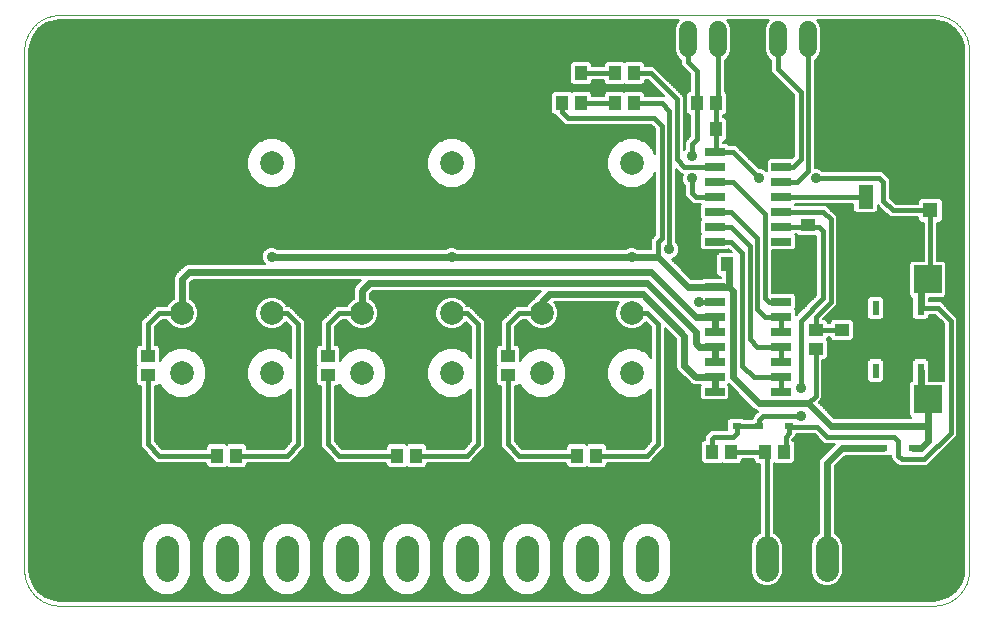
<source format=gtl>
G75*
%MOIN*%
%OFA0B0*%
%FSLAX25Y25*%
%IPPOS*%
%LPD*%
%AMOC8*
5,1,8,0,0,1.08239X$1,22.5*
%
%ADD10C,0.00394*%
%ADD11C,0.07874*%
%ADD12R,0.09449X0.09449*%
%ADD13R,0.04331X0.05118*%
%ADD14R,0.05118X0.04331*%
%ADD15R,0.03150X0.02362*%
%ADD16R,0.02362X0.05118*%
%ADD17R,0.05118X0.05118*%
%ADD18R,0.05118X0.07874*%
%ADD19R,0.06890X0.02756*%
%ADD20C,0.05906*%
%ADD21C,0.07677*%
%ADD22C,0.27559*%
%ADD23C,0.03562*%
%ADD24C,0.00600*%
%ADD25C,0.01600*%
%ADD26C,0.02400*%
D10*
X0040154Y0032555D02*
X0331493Y0032555D01*
X0331778Y0032558D01*
X0332064Y0032569D01*
X0332349Y0032586D01*
X0332633Y0032610D01*
X0332917Y0032641D01*
X0333200Y0032679D01*
X0333481Y0032724D01*
X0333762Y0032775D01*
X0334042Y0032833D01*
X0334320Y0032898D01*
X0334596Y0032970D01*
X0334870Y0033048D01*
X0335143Y0033133D01*
X0335413Y0033225D01*
X0335681Y0033323D01*
X0335947Y0033427D01*
X0336210Y0033538D01*
X0336470Y0033655D01*
X0336728Y0033778D01*
X0336982Y0033908D01*
X0337233Y0034044D01*
X0337481Y0034185D01*
X0337725Y0034333D01*
X0337966Y0034486D01*
X0338202Y0034646D01*
X0338435Y0034811D01*
X0338664Y0034981D01*
X0338889Y0035157D01*
X0339109Y0035339D01*
X0339325Y0035525D01*
X0339536Y0035717D01*
X0339743Y0035914D01*
X0339945Y0036116D01*
X0340142Y0036323D01*
X0340334Y0036534D01*
X0340520Y0036750D01*
X0340702Y0036970D01*
X0340878Y0037195D01*
X0341048Y0037424D01*
X0341213Y0037657D01*
X0341373Y0037893D01*
X0341526Y0038134D01*
X0341674Y0038378D01*
X0341815Y0038626D01*
X0341951Y0038877D01*
X0342081Y0039131D01*
X0342204Y0039389D01*
X0342321Y0039649D01*
X0342432Y0039912D01*
X0342536Y0040178D01*
X0342634Y0040446D01*
X0342726Y0040716D01*
X0342811Y0040989D01*
X0342889Y0041263D01*
X0342961Y0041539D01*
X0343026Y0041817D01*
X0343084Y0042097D01*
X0343135Y0042378D01*
X0343180Y0042659D01*
X0343218Y0042942D01*
X0343249Y0043226D01*
X0343273Y0043510D01*
X0343290Y0043795D01*
X0343301Y0044081D01*
X0343304Y0044366D01*
X0343304Y0217594D01*
X0343301Y0217879D01*
X0343290Y0218165D01*
X0343273Y0218450D01*
X0343249Y0218734D01*
X0343218Y0219018D01*
X0343180Y0219301D01*
X0343135Y0219582D01*
X0343084Y0219863D01*
X0343026Y0220143D01*
X0342961Y0220421D01*
X0342889Y0220697D01*
X0342811Y0220971D01*
X0342726Y0221244D01*
X0342634Y0221514D01*
X0342536Y0221782D01*
X0342432Y0222048D01*
X0342321Y0222311D01*
X0342204Y0222571D01*
X0342081Y0222829D01*
X0341951Y0223083D01*
X0341815Y0223334D01*
X0341674Y0223582D01*
X0341526Y0223826D01*
X0341373Y0224067D01*
X0341213Y0224303D01*
X0341048Y0224536D01*
X0340878Y0224765D01*
X0340702Y0224990D01*
X0340520Y0225210D01*
X0340334Y0225426D01*
X0340142Y0225637D01*
X0339945Y0225844D01*
X0339743Y0226046D01*
X0339536Y0226243D01*
X0339325Y0226435D01*
X0339109Y0226621D01*
X0338889Y0226803D01*
X0338664Y0226979D01*
X0338435Y0227149D01*
X0338202Y0227314D01*
X0337966Y0227474D01*
X0337725Y0227627D01*
X0337481Y0227775D01*
X0337233Y0227916D01*
X0336982Y0228052D01*
X0336728Y0228182D01*
X0336470Y0228305D01*
X0336210Y0228422D01*
X0335947Y0228533D01*
X0335681Y0228637D01*
X0335413Y0228735D01*
X0335143Y0228827D01*
X0334870Y0228912D01*
X0334596Y0228990D01*
X0334320Y0229062D01*
X0334042Y0229127D01*
X0333762Y0229185D01*
X0333481Y0229236D01*
X0333200Y0229281D01*
X0332917Y0229319D01*
X0332633Y0229350D01*
X0332349Y0229374D01*
X0332064Y0229391D01*
X0331778Y0229402D01*
X0331493Y0229405D01*
X0040154Y0229405D01*
X0039869Y0229402D01*
X0039583Y0229391D01*
X0039298Y0229374D01*
X0039014Y0229350D01*
X0038730Y0229319D01*
X0038447Y0229281D01*
X0038166Y0229236D01*
X0037885Y0229185D01*
X0037605Y0229127D01*
X0037327Y0229062D01*
X0037051Y0228990D01*
X0036777Y0228912D01*
X0036504Y0228827D01*
X0036234Y0228735D01*
X0035966Y0228637D01*
X0035700Y0228533D01*
X0035437Y0228422D01*
X0035177Y0228305D01*
X0034919Y0228182D01*
X0034665Y0228052D01*
X0034414Y0227916D01*
X0034166Y0227775D01*
X0033922Y0227627D01*
X0033681Y0227474D01*
X0033445Y0227314D01*
X0033212Y0227149D01*
X0032983Y0226979D01*
X0032758Y0226803D01*
X0032538Y0226621D01*
X0032322Y0226435D01*
X0032111Y0226243D01*
X0031904Y0226046D01*
X0031702Y0225844D01*
X0031505Y0225637D01*
X0031313Y0225426D01*
X0031127Y0225210D01*
X0030945Y0224990D01*
X0030769Y0224765D01*
X0030599Y0224536D01*
X0030434Y0224303D01*
X0030274Y0224067D01*
X0030121Y0223826D01*
X0029973Y0223582D01*
X0029832Y0223334D01*
X0029696Y0223083D01*
X0029566Y0222829D01*
X0029443Y0222571D01*
X0029326Y0222311D01*
X0029215Y0222048D01*
X0029111Y0221782D01*
X0029013Y0221514D01*
X0028921Y0221244D01*
X0028836Y0220971D01*
X0028758Y0220697D01*
X0028686Y0220421D01*
X0028621Y0220143D01*
X0028563Y0219863D01*
X0028512Y0219582D01*
X0028467Y0219301D01*
X0028429Y0219018D01*
X0028398Y0218734D01*
X0028374Y0218450D01*
X0028357Y0218165D01*
X0028346Y0217879D01*
X0028343Y0217594D01*
X0028343Y0044366D01*
X0028346Y0044081D01*
X0028357Y0043795D01*
X0028374Y0043510D01*
X0028398Y0043226D01*
X0028429Y0042942D01*
X0028467Y0042659D01*
X0028512Y0042378D01*
X0028563Y0042097D01*
X0028621Y0041817D01*
X0028686Y0041539D01*
X0028758Y0041263D01*
X0028836Y0040989D01*
X0028921Y0040716D01*
X0029013Y0040446D01*
X0029111Y0040178D01*
X0029215Y0039912D01*
X0029326Y0039649D01*
X0029443Y0039389D01*
X0029566Y0039131D01*
X0029696Y0038877D01*
X0029832Y0038626D01*
X0029973Y0038378D01*
X0030121Y0038134D01*
X0030274Y0037893D01*
X0030434Y0037657D01*
X0030599Y0037424D01*
X0030769Y0037195D01*
X0030945Y0036970D01*
X0031127Y0036750D01*
X0031313Y0036534D01*
X0031505Y0036323D01*
X0031702Y0036116D01*
X0031904Y0035914D01*
X0032111Y0035717D01*
X0032322Y0035525D01*
X0032538Y0035339D01*
X0032758Y0035157D01*
X0032983Y0034981D01*
X0033212Y0034811D01*
X0033445Y0034646D01*
X0033681Y0034486D01*
X0033922Y0034333D01*
X0034166Y0034185D01*
X0034414Y0034044D01*
X0034665Y0033908D01*
X0034919Y0033778D01*
X0035177Y0033655D01*
X0035437Y0033538D01*
X0035700Y0033427D01*
X0035966Y0033323D01*
X0036234Y0033225D01*
X0036504Y0033133D01*
X0036777Y0033048D01*
X0037051Y0032970D01*
X0037327Y0032898D01*
X0037605Y0032833D01*
X0037885Y0032775D01*
X0038166Y0032724D01*
X0038447Y0032679D01*
X0038730Y0032641D01*
X0039014Y0032610D01*
X0039298Y0032586D01*
X0039583Y0032569D01*
X0039869Y0032558D01*
X0040154Y0032555D01*
D11*
X0080843Y0110055D03*
X0080843Y0130055D03*
X0110843Y0130055D03*
X0110843Y0110055D03*
X0140843Y0110055D03*
X0140843Y0130055D03*
X0170843Y0130055D03*
X0170843Y0110055D03*
X0200843Y0110055D03*
X0200843Y0130055D03*
X0230843Y0130055D03*
X0230843Y0110055D03*
X0230843Y0180055D03*
X0200843Y0180055D03*
X0170843Y0180055D03*
X0140843Y0180055D03*
X0110843Y0180055D03*
X0080843Y0180055D03*
D12*
X0309751Y0141305D03*
X0329436Y0141305D03*
X0329436Y0101305D03*
X0309751Y0101305D03*
D13*
X0281493Y0083805D03*
X0275194Y0083805D03*
X0263993Y0083805D03*
X0257694Y0083805D03*
X0218993Y0082555D03*
X0212694Y0082555D03*
X0158993Y0082555D03*
X0152694Y0082555D03*
X0098993Y0082555D03*
X0092694Y0082555D03*
X0256444Y0146305D03*
X0262743Y0146305D03*
X0265243Y0191305D03*
X0258944Y0191305D03*
X0258993Y0200055D03*
X0252694Y0200055D03*
X0231493Y0200055D03*
X0225194Y0200055D03*
X0213993Y0200055D03*
X0207694Y0200055D03*
X0207694Y0210055D03*
X0213993Y0210055D03*
X0225194Y0210055D03*
X0231493Y0210055D03*
D14*
X0289593Y0159455D03*
X0289593Y0153155D03*
X0292093Y0124455D03*
X0292093Y0118155D03*
X0300843Y0118155D03*
X0300843Y0124455D03*
X0189593Y0115705D03*
X0189593Y0109405D03*
X0129593Y0109405D03*
X0129593Y0115705D03*
X0069593Y0115705D03*
X0069593Y0109405D03*
D15*
X0255922Y0092555D03*
X0265764Y0092555D03*
X0273422Y0092555D03*
X0283264Y0092555D03*
X0314672Y0085055D03*
X0324514Y0085055D03*
D16*
X0322093Y0110872D03*
X0317093Y0110872D03*
X0312093Y0110872D03*
X0327093Y0110872D03*
X0327093Y0131738D03*
X0322093Y0131738D03*
X0317093Y0131738D03*
X0312093Y0131738D03*
D17*
X0330420Y0164278D03*
X0330420Y0173333D03*
D18*
X0308766Y0168805D03*
D19*
X0280715Y0168805D03*
X0280715Y0163805D03*
X0280715Y0158805D03*
X0280715Y0153805D03*
X0280715Y0138805D03*
X0280715Y0133805D03*
X0280715Y0128805D03*
X0280715Y0123805D03*
X0280715Y0118805D03*
X0280715Y0113805D03*
X0280715Y0108805D03*
X0280715Y0103805D03*
X0258471Y0103805D03*
X0258471Y0108805D03*
X0258471Y0113805D03*
X0258471Y0118805D03*
X0258471Y0123805D03*
X0258471Y0128805D03*
X0258471Y0133805D03*
X0258471Y0138805D03*
X0258471Y0153805D03*
X0258471Y0158805D03*
X0258471Y0163805D03*
X0258471Y0168805D03*
X0258471Y0173805D03*
X0258471Y0178805D03*
X0258471Y0183805D03*
X0280715Y0183805D03*
X0280715Y0178805D03*
X0280715Y0173805D03*
D20*
X0279593Y0218352D02*
X0279593Y0224258D01*
X0289593Y0224258D02*
X0289593Y0218352D01*
X0269593Y0218352D02*
X0269593Y0224258D01*
X0259593Y0224258D02*
X0259593Y0218352D01*
X0249593Y0218352D02*
X0249593Y0224258D01*
D21*
X0255843Y0052019D02*
X0255843Y0044342D01*
X0235843Y0044342D02*
X0235843Y0052019D01*
X0215843Y0052019D02*
X0215843Y0044342D01*
X0195843Y0044342D02*
X0195843Y0052019D01*
X0175843Y0052019D02*
X0175843Y0044342D01*
X0155843Y0044342D02*
X0155843Y0052019D01*
X0135843Y0052019D02*
X0135843Y0044342D01*
X0115843Y0044342D02*
X0115843Y0052019D01*
X0095843Y0052019D02*
X0095843Y0044342D01*
X0075843Y0044342D02*
X0075843Y0052019D01*
X0275843Y0052019D02*
X0275843Y0044342D01*
X0295843Y0044342D02*
X0295843Y0052019D01*
D22*
X0323619Y0052240D03*
X0323619Y0209720D03*
X0048028Y0209720D03*
X0048028Y0052240D03*
D23*
X0078343Y0122555D03*
X0084593Y0122555D03*
X0107093Y0122555D03*
X0113343Y0122555D03*
X0138343Y0122555D03*
X0144593Y0122555D03*
X0167093Y0122555D03*
X0173343Y0122555D03*
X0198343Y0122555D03*
X0204593Y0122555D03*
X0227093Y0122555D03*
X0233343Y0122555D03*
X0253343Y0133805D03*
X0250843Y0145055D03*
X0250843Y0150055D03*
X0250843Y0155055D03*
X0250843Y0160055D03*
X0243343Y0151305D03*
X0230843Y0148805D03*
X0250843Y0175055D03*
X0250843Y0182555D03*
X0273343Y0183805D03*
X0273343Y0188805D03*
X0273343Y0193805D03*
X0273343Y0198805D03*
X0279593Y0198805D03*
X0279593Y0193805D03*
X0279593Y0188805D03*
X0273343Y0175055D03*
X0292093Y0175055D03*
X0323343Y0175055D03*
X0323343Y0170055D03*
X0302093Y0145055D03*
X0302093Y0141305D03*
X0302093Y0137555D03*
X0289593Y0138805D03*
X0289593Y0143805D03*
X0284593Y0143805D03*
X0279593Y0143805D03*
X0279593Y0148805D03*
X0284593Y0148805D03*
X0289593Y0148805D03*
X0319593Y0143805D03*
X0319593Y0138805D03*
X0317093Y0125055D03*
X0322093Y0125055D03*
X0327093Y0125055D03*
X0327093Y0117555D03*
X0322093Y0117555D03*
X0317093Y0117555D03*
X0312093Y0117555D03*
X0312093Y0125055D03*
X0302093Y0105055D03*
X0302093Y0101305D03*
X0302093Y0097555D03*
X0287093Y0095680D03*
X0287093Y0105055D03*
X0319593Y0103805D03*
X0319593Y0098805D03*
X0249593Y0095055D03*
X0249593Y0090055D03*
X0170843Y0148805D03*
X0110843Y0148805D03*
D24*
X0108503Y0146505D02*
X0108062Y0146947D01*
X0107562Y0148152D01*
X0107562Y0149458D01*
X0108062Y0150664D01*
X0108985Y0151587D01*
X0110191Y0152086D01*
X0111496Y0152086D01*
X0112702Y0151587D01*
X0112783Y0151505D01*
X0168903Y0151505D01*
X0168985Y0151587D01*
X0170191Y0152086D01*
X0171496Y0152086D01*
X0172702Y0151587D01*
X0172783Y0151505D01*
X0228903Y0151505D01*
X0228985Y0151587D01*
X0230191Y0152086D01*
X0231496Y0152086D01*
X0232702Y0151587D01*
X0232783Y0151505D01*
X0237293Y0151505D01*
X0237293Y0154758D01*
X0238543Y0156008D01*
X0238543Y0177120D01*
X0237826Y0175389D01*
X0235509Y0173072D01*
X0232482Y0171818D01*
X0229205Y0171818D01*
X0226177Y0173072D01*
X0223860Y0175389D01*
X0222606Y0178417D01*
X0222606Y0181694D01*
X0223860Y0184721D01*
X0226177Y0187038D01*
X0229205Y0188292D01*
X0232482Y0188292D01*
X0235509Y0187038D01*
X0237826Y0184721D01*
X0238543Y0182990D01*
X0238543Y0191602D01*
X0237390Y0192755D01*
X0208640Y0192755D01*
X0207293Y0194102D01*
X0205400Y0195996D01*
X0204907Y0195996D01*
X0204028Y0196875D01*
X0204028Y0203235D01*
X0204907Y0204114D01*
X0210480Y0204114D01*
X0210843Y0203751D01*
X0211206Y0204114D01*
X0216779Y0204114D01*
X0217658Y0203235D01*
X0217658Y0202355D01*
X0221528Y0202355D01*
X0221528Y0203235D01*
X0222407Y0204114D01*
X0227980Y0204114D01*
X0228343Y0203751D01*
X0228706Y0204114D01*
X0234279Y0204114D01*
X0235158Y0203235D01*
X0235158Y0202355D01*
X0241541Y0202355D01*
X0236140Y0207755D01*
X0235158Y0207755D01*
X0235158Y0206875D01*
X0234279Y0205996D01*
X0228706Y0205996D01*
X0228343Y0206359D01*
X0227980Y0205996D01*
X0222407Y0205996D01*
X0221528Y0206875D01*
X0221528Y0207755D01*
X0217658Y0207755D01*
X0217658Y0206875D01*
X0216779Y0205996D01*
X0211206Y0205996D01*
X0210327Y0206875D01*
X0210327Y0213235D01*
X0211206Y0214114D01*
X0216779Y0214114D01*
X0217658Y0213235D01*
X0217658Y0212355D01*
X0221528Y0212355D01*
X0221528Y0213235D01*
X0222407Y0214114D01*
X0227980Y0214114D01*
X0228343Y0213751D01*
X0228706Y0214114D01*
X0234279Y0214114D01*
X0235158Y0213235D01*
X0235158Y0212355D01*
X0238046Y0212355D01*
X0239393Y0211008D01*
X0248143Y0202258D01*
X0248143Y0184495D01*
X0248543Y0184895D01*
X0248543Y0187258D01*
X0250394Y0189108D01*
X0250394Y0195996D01*
X0249907Y0195996D01*
X0249028Y0196875D01*
X0249028Y0203235D01*
X0249907Y0204114D01*
X0250394Y0204114D01*
X0250394Y0209752D01*
X0247293Y0212852D01*
X0247293Y0214485D01*
X0247071Y0214577D01*
X0245818Y0215830D01*
X0245140Y0217467D01*
X0245140Y0225144D01*
X0245818Y0226780D01*
X0246747Y0227709D01*
X0040154Y0227709D01*
X0038572Y0227584D01*
X0035562Y0226606D01*
X0033002Y0224746D01*
X0031142Y0222186D01*
X0030165Y0219177D01*
X0030040Y0217594D01*
X0030040Y0044366D01*
X0030165Y0042784D01*
X0031142Y0039774D01*
X0033002Y0037214D01*
X0035562Y0035354D01*
X0038572Y0034376D01*
X0040154Y0034252D01*
X0331493Y0034252D01*
X0333075Y0034376D01*
X0336085Y0035354D01*
X0338645Y0037214D01*
X0340505Y0039774D01*
X0341482Y0042784D01*
X0341607Y0044366D01*
X0341607Y0217594D01*
X0341482Y0219177D01*
X0340505Y0222186D01*
X0338645Y0224746D01*
X0336085Y0226606D01*
X0333075Y0227584D01*
X0331493Y0227709D01*
X0292440Y0227709D01*
X0293368Y0226780D01*
X0294046Y0225144D01*
X0294046Y0217467D01*
X0293368Y0215830D01*
X0292115Y0214577D01*
X0291893Y0214485D01*
X0291893Y0178336D01*
X0292746Y0178336D01*
X0293952Y0177837D01*
X0294433Y0177355D01*
X0314296Y0177355D01*
X0315643Y0176008D01*
X0316893Y0174758D01*
X0316893Y0168508D01*
X0318823Y0166578D01*
X0326361Y0166578D01*
X0326361Y0167458D01*
X0327240Y0168337D01*
X0333600Y0168337D01*
X0334479Y0167458D01*
X0334479Y0161097D01*
X0333600Y0160218D01*
X0332720Y0160218D01*
X0332720Y0147530D01*
X0334781Y0147530D01*
X0335660Y0146651D01*
X0335660Y0135959D01*
X0334781Y0135081D01*
X0329793Y0135081D01*
X0329793Y0134038D01*
X0333863Y0134038D01*
X0338046Y0129855D01*
X0339393Y0128508D01*
X0339393Y0089102D01*
X0330643Y0080352D01*
X0329296Y0079005D01*
X0319890Y0079005D01*
X0318640Y0080255D01*
X0317293Y0081602D01*
X0317293Y0082799D01*
X0316868Y0082374D01*
X0315255Y0082374D01*
X0315209Y0082355D01*
X0301962Y0082355D01*
X0298543Y0078937D01*
X0298543Y0056679D01*
X0298867Y0056545D01*
X0300369Y0055043D01*
X0301182Y0053081D01*
X0301182Y0043280D01*
X0300369Y0041317D01*
X0298867Y0039816D01*
X0296905Y0039003D01*
X0294781Y0039003D01*
X0292819Y0039816D01*
X0291317Y0041317D01*
X0290505Y0043280D01*
X0290505Y0053081D01*
X0291317Y0055043D01*
X0292819Y0056545D01*
X0293143Y0056679D01*
X0293143Y0080592D01*
X0293554Y0081585D01*
X0298475Y0086505D01*
X0294890Y0086505D01*
X0291765Y0089630D01*
X0285564Y0089630D01*
X0285564Y0089024D01*
X0284393Y0087852D01*
X0284393Y0087750D01*
X0285158Y0086985D01*
X0285158Y0080625D01*
X0284279Y0079746D01*
X0278706Y0079746D01*
X0278343Y0080109D01*
X0278143Y0079909D01*
X0278143Y0056844D01*
X0278867Y0056545D01*
X0280369Y0055043D01*
X0281182Y0053081D01*
X0281182Y0043280D01*
X0280369Y0041317D01*
X0278867Y0039816D01*
X0276905Y0039003D01*
X0274781Y0039003D01*
X0272819Y0039816D01*
X0271317Y0041317D01*
X0270505Y0043280D01*
X0270505Y0053081D01*
X0271317Y0055043D01*
X0272819Y0056545D01*
X0273543Y0056844D01*
X0273543Y0079746D01*
X0272407Y0079746D01*
X0271528Y0080625D01*
X0271528Y0081505D01*
X0267658Y0081505D01*
X0267658Y0080625D01*
X0266779Y0079746D01*
X0261206Y0079746D01*
X0260843Y0080109D01*
X0260480Y0079746D01*
X0254907Y0079746D01*
X0254028Y0080625D01*
X0254028Y0086985D01*
X0254907Y0087864D01*
X0255394Y0087864D01*
X0255394Y0089108D01*
X0256043Y0089758D01*
X0257390Y0091105D01*
X0262690Y0091105D01*
X0262690Y0094358D01*
X0263568Y0095236D01*
X0267961Y0095236D01*
X0268342Y0094855D01*
X0270845Y0094855D01*
X0271122Y0095132D01*
X0271122Y0095462D01*
X0272293Y0096633D01*
X0273016Y0097355D01*
X0272806Y0097355D01*
X0271814Y0097766D01*
X0271054Y0098526D01*
X0263095Y0106485D01*
X0262915Y0106305D01*
X0263416Y0105804D01*
X0263416Y0101806D01*
X0262537Y0100927D01*
X0254405Y0100927D01*
X0253526Y0101806D01*
X0253526Y0105804D01*
X0253827Y0106105D01*
X0251556Y0106105D01*
X0250564Y0106516D01*
X0249804Y0107276D01*
X0246054Y0111026D01*
X0245643Y0112018D01*
X0245643Y0121437D01*
X0241893Y0125187D01*
X0241893Y0085352D01*
X0238143Y0081602D01*
X0236796Y0080255D01*
X0222658Y0080255D01*
X0222658Y0079375D01*
X0221779Y0078496D01*
X0216206Y0078496D01*
X0215843Y0078859D01*
X0215480Y0078496D01*
X0209907Y0078496D01*
X0209028Y0079375D01*
X0209028Y0080255D01*
X0192390Y0080255D01*
X0191043Y0081602D01*
X0187293Y0085352D01*
X0187293Y0105740D01*
X0186413Y0105740D01*
X0185534Y0106619D01*
X0185534Y0112192D01*
X0185897Y0112555D01*
X0185534Y0112918D01*
X0185534Y0118491D01*
X0186413Y0119370D01*
X0187293Y0119370D01*
X0187293Y0127258D01*
X0188640Y0128605D01*
X0188640Y0128605D01*
X0191043Y0131008D01*
X0191043Y0131008D01*
X0192390Y0132355D01*
X0195911Y0132355D01*
X0196234Y0133135D01*
X0197763Y0134664D01*
X0198383Y0134921D01*
X0198554Y0135335D01*
X0199314Y0136094D01*
X0200575Y0137355D01*
X0144462Y0137355D01*
X0143543Y0136437D01*
X0143543Y0134822D01*
X0143923Y0134664D01*
X0145452Y0133135D01*
X0146280Y0131137D01*
X0146280Y0128974D01*
X0145452Y0126975D01*
X0143923Y0125446D01*
X0141925Y0124618D01*
X0139762Y0124618D01*
X0137763Y0125446D01*
X0136234Y0126975D01*
X0135911Y0127755D01*
X0134296Y0127755D01*
X0131893Y0125352D01*
X0131893Y0119370D01*
X0132774Y0119370D01*
X0133652Y0118491D01*
X0133652Y0114219D01*
X0133860Y0114721D01*
X0136177Y0117038D01*
X0139205Y0118292D01*
X0142482Y0118292D01*
X0145509Y0117038D01*
X0147826Y0114721D01*
X0149080Y0111694D01*
X0149080Y0108417D01*
X0147826Y0105389D01*
X0145509Y0103072D01*
X0142482Y0101818D01*
X0139205Y0101818D01*
X0136177Y0103072D01*
X0133860Y0105389D01*
X0133439Y0106406D01*
X0132774Y0105740D01*
X0131893Y0105740D01*
X0131893Y0087258D01*
X0134296Y0084855D01*
X0149028Y0084855D01*
X0149028Y0085735D01*
X0149907Y0086614D01*
X0155480Y0086614D01*
X0155843Y0086251D01*
X0156206Y0086614D01*
X0161779Y0086614D01*
X0162658Y0085735D01*
X0162658Y0084855D01*
X0174890Y0084855D01*
X0177293Y0087258D01*
X0177293Y0104856D01*
X0175509Y0103072D01*
X0172482Y0101818D01*
X0169205Y0101818D01*
X0166177Y0103072D01*
X0163860Y0105389D01*
X0162606Y0108417D01*
X0162606Y0111694D01*
X0163860Y0114721D01*
X0166177Y0117038D01*
X0169205Y0118292D01*
X0172482Y0118292D01*
X0175509Y0117038D01*
X0177293Y0115254D01*
X0177293Y0125352D01*
X0175516Y0127129D01*
X0175452Y0126975D01*
X0173923Y0125446D01*
X0171925Y0124618D01*
X0169762Y0124618D01*
X0167763Y0125446D01*
X0166234Y0126975D01*
X0165406Y0128974D01*
X0165406Y0131137D01*
X0166234Y0133135D01*
X0167763Y0134664D01*
X0169762Y0135492D01*
X0171925Y0135492D01*
X0173923Y0134664D01*
X0175452Y0133135D01*
X0175775Y0132355D01*
X0176796Y0132355D01*
X0180546Y0128605D01*
X0181893Y0127258D01*
X0181893Y0085352D01*
X0178143Y0081602D01*
X0176796Y0080255D01*
X0162658Y0080255D01*
X0162658Y0079375D01*
X0161779Y0078496D01*
X0156206Y0078496D01*
X0155843Y0078859D01*
X0155480Y0078496D01*
X0149907Y0078496D01*
X0149028Y0079375D01*
X0149028Y0080255D01*
X0132390Y0080255D01*
X0131043Y0081602D01*
X0127293Y0085352D01*
X0127293Y0105740D01*
X0126413Y0105740D01*
X0125534Y0106619D01*
X0125534Y0112192D01*
X0125897Y0112555D01*
X0125534Y0112918D01*
X0125534Y0118491D01*
X0126413Y0119370D01*
X0127293Y0119370D01*
X0127293Y0127258D01*
X0128640Y0128605D01*
X0132390Y0132355D01*
X0135911Y0132355D01*
X0136234Y0133135D01*
X0137763Y0134664D01*
X0138143Y0134822D01*
X0138143Y0138092D01*
X0138554Y0139085D01*
X0139314Y0139844D01*
X0140575Y0141105D01*
X0084462Y0141105D01*
X0083543Y0140187D01*
X0083543Y0134822D01*
X0083923Y0134664D01*
X0085452Y0133135D01*
X0086280Y0131137D01*
X0086280Y0128974D01*
X0085452Y0126975D01*
X0083923Y0125446D01*
X0081925Y0124618D01*
X0079762Y0124618D01*
X0077763Y0125446D01*
X0076234Y0126975D01*
X0075911Y0127755D01*
X0074296Y0127755D01*
X0071893Y0125352D01*
X0071893Y0119370D01*
X0072774Y0119370D01*
X0073652Y0118491D01*
X0073652Y0114219D01*
X0073860Y0114721D01*
X0076177Y0117038D01*
X0079205Y0118292D01*
X0082482Y0118292D01*
X0085509Y0117038D01*
X0087826Y0114721D01*
X0089080Y0111694D01*
X0089080Y0108417D01*
X0087826Y0105389D01*
X0085509Y0103072D01*
X0082482Y0101818D01*
X0079205Y0101818D01*
X0076177Y0103072D01*
X0073860Y0105389D01*
X0073439Y0106406D01*
X0072774Y0105740D01*
X0071893Y0105740D01*
X0071893Y0087258D01*
X0074296Y0084855D01*
X0089028Y0084855D01*
X0089028Y0085735D01*
X0089907Y0086614D01*
X0095480Y0086614D01*
X0095843Y0086251D01*
X0096206Y0086614D01*
X0101779Y0086614D01*
X0102658Y0085735D01*
X0102658Y0084855D01*
X0114890Y0084855D01*
X0117293Y0087258D01*
X0117293Y0104856D01*
X0115509Y0103072D01*
X0112482Y0101818D01*
X0109205Y0101818D01*
X0106177Y0103072D01*
X0103860Y0105389D01*
X0102606Y0108417D01*
X0102606Y0111694D01*
X0103860Y0114721D01*
X0106177Y0117038D01*
X0109205Y0118292D01*
X0112482Y0118292D01*
X0115509Y0117038D01*
X0117293Y0115254D01*
X0117293Y0125352D01*
X0115516Y0127129D01*
X0115452Y0126975D01*
X0113923Y0125446D01*
X0111925Y0124618D01*
X0109762Y0124618D01*
X0107763Y0125446D01*
X0106234Y0126975D01*
X0105406Y0128974D01*
X0105406Y0131137D01*
X0106234Y0133135D01*
X0107763Y0134664D01*
X0109762Y0135492D01*
X0111925Y0135492D01*
X0113923Y0134664D01*
X0115452Y0133135D01*
X0115775Y0132355D01*
X0116796Y0132355D01*
X0120546Y0128605D01*
X0121893Y0127258D01*
X0121893Y0085352D01*
X0116796Y0080255D01*
X0102658Y0080255D01*
X0102658Y0079375D01*
X0101779Y0078496D01*
X0096206Y0078496D01*
X0095843Y0078859D01*
X0095480Y0078496D01*
X0089907Y0078496D01*
X0089028Y0079375D01*
X0089028Y0080255D01*
X0072390Y0080255D01*
X0067293Y0085352D01*
X0067293Y0105740D01*
X0066413Y0105740D01*
X0065534Y0106619D01*
X0065534Y0112192D01*
X0065897Y0112555D01*
X0065534Y0112918D01*
X0065534Y0118491D01*
X0066413Y0119370D01*
X0067293Y0119370D01*
X0067293Y0127258D01*
X0068640Y0128605D01*
X0072390Y0132355D01*
X0075911Y0132355D01*
X0076234Y0133135D01*
X0077763Y0134664D01*
X0078143Y0134822D01*
X0078143Y0141842D01*
X0078554Y0142835D01*
X0079314Y0143594D01*
X0081814Y0146094D01*
X0082806Y0146505D01*
X0108503Y0146505D01*
X0108137Y0146871D02*
X0030040Y0146871D01*
X0030040Y0147469D02*
X0107845Y0147469D01*
X0107597Y0148068D02*
X0030040Y0148068D01*
X0030040Y0148666D02*
X0107562Y0148666D01*
X0107562Y0149265D02*
X0030040Y0149265D01*
X0030040Y0149863D02*
X0107730Y0149863D01*
X0107978Y0150462D02*
X0030040Y0150462D01*
X0030040Y0151060D02*
X0108458Y0151060D01*
X0109159Y0151659D02*
X0030040Y0151659D01*
X0030040Y0152257D02*
X0237293Y0152257D01*
X0237293Y0151659D02*
X0232527Y0151659D01*
X0229159Y0151659D02*
X0172527Y0151659D01*
X0169159Y0151659D02*
X0112527Y0151659D01*
X0113353Y0134901D02*
X0138143Y0134901D01*
X0138143Y0135499D02*
X0083543Y0135499D01*
X0083543Y0134901D02*
X0108334Y0134901D01*
X0107401Y0134302D02*
X0084285Y0134302D01*
X0084884Y0133704D02*
X0106802Y0133704D01*
X0106222Y0133105D02*
X0085465Y0133105D01*
X0085713Y0132506D02*
X0105974Y0132506D01*
X0105726Y0131908D02*
X0085961Y0131908D01*
X0086209Y0131309D02*
X0105478Y0131309D01*
X0105406Y0130711D02*
X0086280Y0130711D01*
X0086280Y0130112D02*
X0105406Y0130112D01*
X0105406Y0129514D02*
X0086280Y0129514D01*
X0086256Y0128915D02*
X0105430Y0128915D01*
X0105678Y0128317D02*
X0086008Y0128317D01*
X0085760Y0127718D02*
X0105926Y0127718D01*
X0106174Y0127120D02*
X0085512Y0127120D01*
X0084999Y0126521D02*
X0106688Y0126521D01*
X0107286Y0125923D02*
X0084400Y0125923D01*
X0083630Y0125324D02*
X0108057Y0125324D01*
X0109502Y0124726D02*
X0082185Y0124726D01*
X0079502Y0124726D02*
X0071893Y0124726D01*
X0071893Y0125324D02*
X0078057Y0125324D01*
X0077286Y0125923D02*
X0072464Y0125923D01*
X0073062Y0126521D02*
X0076688Y0126521D01*
X0076174Y0127120D02*
X0073661Y0127120D01*
X0074259Y0127718D02*
X0075926Y0127718D01*
X0071893Y0124127D02*
X0117293Y0124127D01*
X0117293Y0123529D02*
X0071893Y0123529D01*
X0071893Y0122930D02*
X0117293Y0122930D01*
X0117293Y0122332D02*
X0071893Y0122332D01*
X0071893Y0121733D02*
X0117293Y0121733D01*
X0117293Y0121135D02*
X0071893Y0121135D01*
X0071893Y0120536D02*
X0117293Y0120536D01*
X0117293Y0119938D02*
X0071893Y0119938D01*
X0072804Y0119339D02*
X0117293Y0119339D01*
X0117293Y0118741D02*
X0073403Y0118741D01*
X0073652Y0118142D02*
X0078843Y0118142D01*
X0077398Y0117544D02*
X0073652Y0117544D01*
X0073652Y0116945D02*
X0076084Y0116945D01*
X0075486Y0116347D02*
X0073652Y0116347D01*
X0073652Y0115748D02*
X0074887Y0115748D01*
X0074289Y0115150D02*
X0073652Y0115150D01*
X0073652Y0114551D02*
X0073790Y0114551D01*
X0065534Y0114551D02*
X0030040Y0114551D01*
X0030040Y0113953D02*
X0065534Y0113953D01*
X0065534Y0113354D02*
X0030040Y0113354D01*
X0030040Y0112756D02*
X0065697Y0112756D01*
X0065534Y0112157D02*
X0030040Y0112157D01*
X0030040Y0111559D02*
X0065534Y0111559D01*
X0065534Y0110960D02*
X0030040Y0110960D01*
X0030040Y0110362D02*
X0065534Y0110362D01*
X0065534Y0109763D02*
X0030040Y0109763D01*
X0030040Y0109165D02*
X0065534Y0109165D01*
X0065534Y0108566D02*
X0030040Y0108566D01*
X0030040Y0107968D02*
X0065534Y0107968D01*
X0065534Y0107369D02*
X0030040Y0107369D01*
X0030040Y0106771D02*
X0065534Y0106771D01*
X0065981Y0106172D02*
X0030040Y0106172D01*
X0030040Y0105573D02*
X0067293Y0105573D01*
X0067293Y0104975D02*
X0030040Y0104975D01*
X0030040Y0104376D02*
X0067293Y0104376D01*
X0067293Y0103778D02*
X0030040Y0103778D01*
X0030040Y0103179D02*
X0067293Y0103179D01*
X0067293Y0102581D02*
X0030040Y0102581D01*
X0030040Y0101982D02*
X0067293Y0101982D01*
X0067293Y0101384D02*
X0030040Y0101384D01*
X0030040Y0100785D02*
X0067293Y0100785D01*
X0067293Y0100187D02*
X0030040Y0100187D01*
X0030040Y0099588D02*
X0067293Y0099588D01*
X0067293Y0098990D02*
X0030040Y0098990D01*
X0030040Y0098391D02*
X0067293Y0098391D01*
X0067293Y0097793D02*
X0030040Y0097793D01*
X0030040Y0097194D02*
X0067293Y0097194D01*
X0067293Y0096596D02*
X0030040Y0096596D01*
X0030040Y0095997D02*
X0067293Y0095997D01*
X0067293Y0095399D02*
X0030040Y0095399D01*
X0030040Y0094800D02*
X0067293Y0094800D01*
X0067293Y0094202D02*
X0030040Y0094202D01*
X0030040Y0093603D02*
X0067293Y0093603D01*
X0067293Y0093005D02*
X0030040Y0093005D01*
X0030040Y0092406D02*
X0067293Y0092406D01*
X0067293Y0091808D02*
X0030040Y0091808D01*
X0030040Y0091209D02*
X0067293Y0091209D01*
X0067293Y0090611D02*
X0030040Y0090611D01*
X0030040Y0090012D02*
X0067293Y0090012D01*
X0067293Y0089414D02*
X0030040Y0089414D01*
X0030040Y0088815D02*
X0067293Y0088815D01*
X0067293Y0088217D02*
X0030040Y0088217D01*
X0030040Y0087618D02*
X0067293Y0087618D01*
X0067293Y0087020D02*
X0030040Y0087020D01*
X0030040Y0086421D02*
X0067293Y0086421D01*
X0067293Y0085823D02*
X0030040Y0085823D01*
X0030040Y0085224D02*
X0067421Y0085224D01*
X0068020Y0084626D02*
X0030040Y0084626D01*
X0030040Y0084027D02*
X0068619Y0084027D01*
X0069217Y0083429D02*
X0030040Y0083429D01*
X0030040Y0082830D02*
X0069816Y0082830D01*
X0070414Y0082232D02*
X0030040Y0082232D01*
X0030040Y0081633D02*
X0071013Y0081633D01*
X0071611Y0081035D02*
X0030040Y0081035D01*
X0030040Y0080436D02*
X0072210Y0080436D01*
X0073927Y0085224D02*
X0089028Y0085224D01*
X0089115Y0085823D02*
X0073328Y0085823D01*
X0072730Y0086421D02*
X0089714Y0086421D01*
X0095673Y0086421D02*
X0096013Y0086421D01*
X0101972Y0086421D02*
X0116457Y0086421D01*
X0117055Y0087020D02*
X0072131Y0087020D01*
X0071893Y0087618D02*
X0117293Y0087618D01*
X0117293Y0088217D02*
X0071893Y0088217D01*
X0071893Y0088815D02*
X0117293Y0088815D01*
X0117293Y0089414D02*
X0071893Y0089414D01*
X0071893Y0090012D02*
X0117293Y0090012D01*
X0117293Y0090611D02*
X0071893Y0090611D01*
X0071893Y0091209D02*
X0117293Y0091209D01*
X0117293Y0091808D02*
X0071893Y0091808D01*
X0071893Y0092406D02*
X0117293Y0092406D01*
X0117293Y0093005D02*
X0071893Y0093005D01*
X0071893Y0093603D02*
X0117293Y0093603D01*
X0117293Y0094202D02*
X0071893Y0094202D01*
X0071893Y0094800D02*
X0117293Y0094800D01*
X0117293Y0095399D02*
X0071893Y0095399D01*
X0071893Y0095997D02*
X0117293Y0095997D01*
X0117293Y0096596D02*
X0071893Y0096596D01*
X0071893Y0097194D02*
X0117293Y0097194D01*
X0117293Y0097793D02*
X0071893Y0097793D01*
X0071893Y0098391D02*
X0117293Y0098391D01*
X0117293Y0098990D02*
X0071893Y0098990D01*
X0071893Y0099588D02*
X0117293Y0099588D01*
X0117293Y0100187D02*
X0071893Y0100187D01*
X0071893Y0100785D02*
X0117293Y0100785D01*
X0117293Y0101384D02*
X0071893Y0101384D01*
X0071893Y0101982D02*
X0078808Y0101982D01*
X0077363Y0102581D02*
X0071893Y0102581D01*
X0071893Y0103179D02*
X0076070Y0103179D01*
X0075471Y0103778D02*
X0071893Y0103778D01*
X0071893Y0104376D02*
X0074873Y0104376D01*
X0074274Y0104975D02*
X0071893Y0104975D01*
X0071893Y0105573D02*
X0073784Y0105573D01*
X0073536Y0106172D02*
X0073205Y0106172D01*
X0082878Y0101982D02*
X0108808Y0101982D01*
X0107363Y0102581D02*
X0084323Y0102581D01*
X0085616Y0103179D02*
X0106070Y0103179D01*
X0105471Y0103778D02*
X0086215Y0103778D01*
X0086813Y0104376D02*
X0104873Y0104376D01*
X0104274Y0104975D02*
X0087412Y0104975D01*
X0087902Y0105573D02*
X0103784Y0105573D01*
X0103536Y0106172D02*
X0088150Y0106172D01*
X0088398Y0106771D02*
X0103288Y0106771D01*
X0103040Y0107369D02*
X0088646Y0107369D01*
X0088894Y0107968D02*
X0102792Y0107968D01*
X0102606Y0108566D02*
X0089080Y0108566D01*
X0089080Y0109165D02*
X0102606Y0109165D01*
X0102606Y0109763D02*
X0089080Y0109763D01*
X0089080Y0110362D02*
X0102606Y0110362D01*
X0102606Y0110960D02*
X0089080Y0110960D01*
X0089080Y0111559D02*
X0102606Y0111559D01*
X0102798Y0112157D02*
X0088888Y0112157D01*
X0088640Y0112756D02*
X0103046Y0112756D01*
X0103294Y0113354D02*
X0088392Y0113354D01*
X0088144Y0113953D02*
X0103542Y0113953D01*
X0103790Y0114551D02*
X0087897Y0114551D01*
X0087397Y0115150D02*
X0104289Y0115150D01*
X0104887Y0115748D02*
X0086799Y0115748D01*
X0086200Y0116347D02*
X0105486Y0116347D01*
X0106084Y0116945D02*
X0085602Y0116945D01*
X0084288Y0117544D02*
X0107398Y0117544D01*
X0108843Y0118142D02*
X0082843Y0118142D01*
X0067293Y0119938D02*
X0030040Y0119938D01*
X0030040Y0120536D02*
X0067293Y0120536D01*
X0067293Y0121135D02*
X0030040Y0121135D01*
X0030040Y0121733D02*
X0067293Y0121733D01*
X0067293Y0122332D02*
X0030040Y0122332D01*
X0030040Y0122930D02*
X0067293Y0122930D01*
X0067293Y0123529D02*
X0030040Y0123529D01*
X0030040Y0124127D02*
X0067293Y0124127D01*
X0067293Y0124726D02*
X0030040Y0124726D01*
X0030040Y0125324D02*
X0067293Y0125324D01*
X0067293Y0125923D02*
X0030040Y0125923D01*
X0030040Y0126521D02*
X0067293Y0126521D01*
X0067293Y0127120D02*
X0030040Y0127120D01*
X0030040Y0127718D02*
X0067754Y0127718D01*
X0068352Y0128317D02*
X0030040Y0128317D01*
X0030040Y0128915D02*
X0068951Y0128915D01*
X0069549Y0129514D02*
X0030040Y0129514D01*
X0030040Y0130112D02*
X0070148Y0130112D01*
X0070746Y0130711D02*
X0030040Y0130711D01*
X0030040Y0131309D02*
X0071345Y0131309D01*
X0071943Y0131908D02*
X0030040Y0131908D01*
X0030040Y0132506D02*
X0075974Y0132506D01*
X0076222Y0133105D02*
X0030040Y0133105D01*
X0030040Y0133704D02*
X0076802Y0133704D01*
X0077401Y0134302D02*
X0030040Y0134302D01*
X0030040Y0134901D02*
X0078143Y0134901D01*
X0078143Y0135499D02*
X0030040Y0135499D01*
X0030040Y0136098D02*
X0078143Y0136098D01*
X0078143Y0136696D02*
X0030040Y0136696D01*
X0030040Y0137295D02*
X0078143Y0137295D01*
X0078143Y0137893D02*
X0030040Y0137893D01*
X0030040Y0138492D02*
X0078143Y0138492D01*
X0078143Y0139090D02*
X0030040Y0139090D01*
X0030040Y0139689D02*
X0078143Y0139689D01*
X0078143Y0140287D02*
X0030040Y0140287D01*
X0030040Y0140886D02*
X0078143Y0140886D01*
X0078143Y0141484D02*
X0030040Y0141484D01*
X0030040Y0142083D02*
X0078243Y0142083D01*
X0078491Y0142681D02*
X0030040Y0142681D01*
X0030040Y0143280D02*
X0078999Y0143280D01*
X0079598Y0143878D02*
X0030040Y0143878D01*
X0030040Y0144477D02*
X0080196Y0144477D01*
X0080795Y0145075D02*
X0030040Y0145075D01*
X0030040Y0145674D02*
X0081393Y0145674D01*
X0082244Y0146272D02*
X0030040Y0146272D01*
X0030040Y0152856D02*
X0237293Y0152856D01*
X0237293Y0153454D02*
X0030040Y0153454D01*
X0030040Y0154053D02*
X0237293Y0154053D01*
X0237293Y0154651D02*
X0030040Y0154651D01*
X0030040Y0155250D02*
X0237785Y0155250D01*
X0238384Y0155848D02*
X0030040Y0155848D01*
X0030040Y0156447D02*
X0238543Y0156447D01*
X0238543Y0157045D02*
X0030040Y0157045D01*
X0030040Y0157644D02*
X0238543Y0157644D01*
X0238543Y0158242D02*
X0030040Y0158242D01*
X0030040Y0158841D02*
X0238543Y0158841D01*
X0238543Y0159440D02*
X0030040Y0159440D01*
X0030040Y0160038D02*
X0238543Y0160038D01*
X0238543Y0160637D02*
X0030040Y0160637D01*
X0030040Y0161235D02*
X0238543Y0161235D01*
X0238543Y0161834D02*
X0030040Y0161834D01*
X0030040Y0162432D02*
X0238543Y0162432D01*
X0238543Y0163031D02*
X0030040Y0163031D01*
X0030040Y0163629D02*
X0238543Y0163629D01*
X0238543Y0164228D02*
X0030040Y0164228D01*
X0030040Y0164826D02*
X0238543Y0164826D01*
X0238543Y0165425D02*
X0030040Y0165425D01*
X0030040Y0166023D02*
X0238543Y0166023D01*
X0238543Y0166622D02*
X0030040Y0166622D01*
X0030040Y0167220D02*
X0238543Y0167220D01*
X0238543Y0167819D02*
X0030040Y0167819D01*
X0030040Y0168417D02*
X0238543Y0168417D01*
X0238543Y0169016D02*
X0030040Y0169016D01*
X0030040Y0169614D02*
X0238543Y0169614D01*
X0238543Y0170213D02*
X0030040Y0170213D01*
X0030040Y0170811D02*
X0238543Y0170811D01*
X0238543Y0171410D02*
X0030040Y0171410D01*
X0030040Y0172008D02*
X0108746Y0172008D01*
X0109205Y0171818D02*
X0112482Y0171818D01*
X0115509Y0173072D01*
X0117826Y0175389D01*
X0119080Y0178417D01*
X0119080Y0181694D01*
X0117826Y0184721D01*
X0115509Y0187038D01*
X0112482Y0188292D01*
X0109205Y0188292D01*
X0106177Y0187038D01*
X0103860Y0184721D01*
X0102606Y0181694D01*
X0102606Y0178417D01*
X0103860Y0175389D01*
X0106177Y0173072D01*
X0109205Y0171818D01*
X0107301Y0172607D02*
X0030040Y0172607D01*
X0030040Y0173205D02*
X0106044Y0173205D01*
X0105446Y0173804D02*
X0030040Y0173804D01*
X0030040Y0174402D02*
X0104847Y0174402D01*
X0104249Y0175001D02*
X0030040Y0175001D01*
X0030040Y0175599D02*
X0103773Y0175599D01*
X0103525Y0176198D02*
X0030040Y0176198D01*
X0030040Y0176796D02*
X0103277Y0176796D01*
X0103029Y0177395D02*
X0030040Y0177395D01*
X0030040Y0177993D02*
X0102781Y0177993D01*
X0102606Y0178592D02*
X0030040Y0178592D01*
X0030040Y0179190D02*
X0102606Y0179190D01*
X0102606Y0179789D02*
X0030040Y0179789D01*
X0030040Y0180387D02*
X0102606Y0180387D01*
X0102606Y0180986D02*
X0030040Y0180986D01*
X0030040Y0181584D02*
X0102606Y0181584D01*
X0102809Y0182183D02*
X0030040Y0182183D01*
X0030040Y0182781D02*
X0103057Y0182781D01*
X0103305Y0183380D02*
X0030040Y0183380D01*
X0030040Y0183978D02*
X0103553Y0183978D01*
X0103801Y0184577D02*
X0030040Y0184577D01*
X0030040Y0185175D02*
X0104315Y0185175D01*
X0104913Y0185774D02*
X0030040Y0185774D01*
X0030040Y0186373D02*
X0105512Y0186373D01*
X0106110Y0186971D02*
X0030040Y0186971D01*
X0030040Y0187570D02*
X0107460Y0187570D01*
X0108905Y0188168D02*
X0030040Y0188168D01*
X0030040Y0188767D02*
X0238543Y0188767D01*
X0238543Y0189365D02*
X0030040Y0189365D01*
X0030040Y0189964D02*
X0238543Y0189964D01*
X0238543Y0190562D02*
X0030040Y0190562D01*
X0030040Y0191161D02*
X0238543Y0191161D01*
X0238386Y0191759D02*
X0030040Y0191759D01*
X0030040Y0192358D02*
X0237788Y0192358D01*
X0238543Y0188168D02*
X0232781Y0188168D01*
X0234226Y0187570D02*
X0238543Y0187570D01*
X0238543Y0186971D02*
X0235576Y0186971D01*
X0236175Y0186373D02*
X0238543Y0186373D01*
X0238543Y0185774D02*
X0236773Y0185774D01*
X0237372Y0185175D02*
X0238543Y0185175D01*
X0238543Y0184577D02*
X0237886Y0184577D01*
X0238134Y0183978D02*
X0238543Y0183978D01*
X0238543Y0183380D02*
X0238382Y0183380D01*
X0245643Y0178252D02*
X0247390Y0176505D01*
X0247892Y0176505D01*
X0247562Y0175708D01*
X0247562Y0174402D01*
X0245643Y0174402D01*
X0245643Y0173804D02*
X0247810Y0173804D01*
X0247562Y0174402D02*
X0248062Y0173197D01*
X0248543Y0172715D01*
X0248543Y0169102D01*
X0249890Y0167755D01*
X0251140Y0166505D01*
X0253827Y0166505D01*
X0254027Y0166305D01*
X0253526Y0165804D01*
X0253526Y0161806D01*
X0254027Y0161305D01*
X0253526Y0160804D01*
X0253526Y0156806D01*
X0254027Y0156305D01*
X0253526Y0155804D01*
X0253526Y0151806D01*
X0254405Y0150927D01*
X0262537Y0150927D01*
X0263065Y0151455D01*
X0264156Y0150364D01*
X0259956Y0150364D01*
X0259077Y0149485D01*
X0259077Y0143125D01*
X0259956Y0142246D01*
X0260643Y0142246D01*
X0260643Y0141683D01*
X0254405Y0141683D01*
X0254227Y0141505D01*
X0250712Y0141505D01*
X0244135Y0148082D01*
X0245202Y0148524D01*
X0246125Y0149447D01*
X0246624Y0150652D01*
X0246624Y0151958D01*
X0246125Y0153164D01*
X0245643Y0153645D01*
X0245643Y0178252D01*
X0245643Y0177993D02*
X0245902Y0177993D01*
X0245643Y0177395D02*
X0246501Y0177395D01*
X0247099Y0176796D02*
X0245643Y0176796D01*
X0245643Y0176198D02*
X0247765Y0176198D01*
X0247562Y0175599D02*
X0245643Y0175599D01*
X0245643Y0175001D02*
X0247562Y0175001D01*
X0248058Y0173205D02*
X0245643Y0173205D01*
X0245643Y0172607D02*
X0248543Y0172607D01*
X0248543Y0172008D02*
X0245643Y0172008D01*
X0245643Y0171410D02*
X0248543Y0171410D01*
X0248543Y0170811D02*
X0245643Y0170811D01*
X0245643Y0170213D02*
X0248543Y0170213D01*
X0248543Y0169614D02*
X0245643Y0169614D01*
X0245643Y0169016D02*
X0248630Y0169016D01*
X0249228Y0168417D02*
X0245643Y0168417D01*
X0245643Y0167819D02*
X0249827Y0167819D01*
X0250425Y0167220D02*
X0245643Y0167220D01*
X0245643Y0166622D02*
X0251024Y0166622D01*
X0253526Y0165425D02*
X0245643Y0165425D01*
X0245643Y0166023D02*
X0253745Y0166023D01*
X0253526Y0164826D02*
X0245643Y0164826D01*
X0245643Y0164228D02*
X0253526Y0164228D01*
X0253526Y0163629D02*
X0245643Y0163629D01*
X0245643Y0163031D02*
X0253526Y0163031D01*
X0253526Y0162432D02*
X0245643Y0162432D01*
X0245643Y0161834D02*
X0253526Y0161834D01*
X0253957Y0161235D02*
X0245643Y0161235D01*
X0245643Y0160637D02*
X0253526Y0160637D01*
X0253526Y0160038D02*
X0245643Y0160038D01*
X0245643Y0159440D02*
X0253526Y0159440D01*
X0253526Y0158841D02*
X0245643Y0158841D01*
X0245643Y0158242D02*
X0253526Y0158242D01*
X0253526Y0157644D02*
X0245643Y0157644D01*
X0245643Y0157045D02*
X0253526Y0157045D01*
X0253885Y0156447D02*
X0245643Y0156447D01*
X0245643Y0155848D02*
X0253570Y0155848D01*
X0253526Y0155250D02*
X0245643Y0155250D01*
X0245643Y0154651D02*
X0253526Y0154651D01*
X0253526Y0154053D02*
X0245643Y0154053D01*
X0245834Y0153454D02*
X0253526Y0153454D01*
X0253526Y0152856D02*
X0246252Y0152856D01*
X0246500Y0152257D02*
X0253526Y0152257D01*
X0253673Y0151659D02*
X0246624Y0151659D01*
X0246624Y0151060D02*
X0254272Y0151060D01*
X0259077Y0149265D02*
X0245943Y0149265D01*
X0246297Y0149863D02*
X0259455Y0149863D01*
X0259077Y0148666D02*
X0245345Y0148666D01*
X0244149Y0148068D02*
X0259077Y0148068D01*
X0259077Y0147469D02*
X0244747Y0147469D01*
X0245346Y0146871D02*
X0259077Y0146871D01*
X0259077Y0146272D02*
X0245944Y0146272D01*
X0246543Y0145674D02*
X0259077Y0145674D01*
X0259077Y0145075D02*
X0247141Y0145075D01*
X0247740Y0144477D02*
X0259077Y0144477D01*
X0259077Y0143878D02*
X0248338Y0143878D01*
X0248937Y0143280D02*
X0259077Y0143280D01*
X0259521Y0142681D02*
X0249535Y0142681D01*
X0250134Y0142083D02*
X0260643Y0142083D01*
X0264059Y0150462D02*
X0246545Y0150462D01*
X0262671Y0151060D02*
X0263460Y0151060D01*
X0277518Y0150927D02*
X0284781Y0150927D01*
X0285660Y0151806D01*
X0285660Y0155804D01*
X0285159Y0156305D01*
X0285359Y0156505D01*
X0285697Y0156505D01*
X0286413Y0155789D01*
X0292293Y0155789D01*
X0292293Y0136008D01*
X0285660Y0129375D01*
X0285660Y0130804D01*
X0285159Y0131305D01*
X0285660Y0131806D01*
X0285660Y0135804D01*
X0284781Y0136683D01*
X0277518Y0136683D01*
X0277518Y0150927D01*
X0277518Y0150462D02*
X0292293Y0150462D01*
X0292293Y0151060D02*
X0284915Y0151060D01*
X0285513Y0151659D02*
X0292293Y0151659D01*
X0292293Y0152257D02*
X0285660Y0152257D01*
X0285660Y0152856D02*
X0292293Y0152856D01*
X0292293Y0153454D02*
X0285660Y0153454D01*
X0285660Y0154053D02*
X0292293Y0154053D01*
X0292293Y0154651D02*
X0285660Y0154651D01*
X0285660Y0155250D02*
X0292293Y0155250D01*
X0292293Y0149863D02*
X0277518Y0149863D01*
X0277518Y0149265D02*
X0292293Y0149265D01*
X0292293Y0148666D02*
X0277518Y0148666D01*
X0277518Y0148068D02*
X0292293Y0148068D01*
X0292293Y0147469D02*
X0277518Y0147469D01*
X0277518Y0146871D02*
X0292293Y0146871D01*
X0292293Y0146272D02*
X0277518Y0146272D01*
X0277518Y0145674D02*
X0292293Y0145674D01*
X0292293Y0145075D02*
X0277518Y0145075D01*
X0277518Y0144477D02*
X0292293Y0144477D01*
X0292293Y0143878D02*
X0277518Y0143878D01*
X0277518Y0143280D02*
X0292293Y0143280D01*
X0292293Y0142681D02*
X0277518Y0142681D01*
X0277518Y0142083D02*
X0292293Y0142083D01*
X0292293Y0141484D02*
X0277518Y0141484D01*
X0277518Y0140886D02*
X0292293Y0140886D01*
X0292293Y0140287D02*
X0277518Y0140287D01*
X0277518Y0139689D02*
X0292293Y0139689D01*
X0292293Y0139090D02*
X0277518Y0139090D01*
X0277518Y0138492D02*
X0292293Y0138492D01*
X0292293Y0137893D02*
X0277518Y0137893D01*
X0277518Y0137295D02*
X0292293Y0137295D01*
X0292293Y0136696D02*
X0277518Y0136696D01*
X0285367Y0136098D02*
X0292293Y0136098D01*
X0291784Y0135499D02*
X0285660Y0135499D01*
X0285660Y0134901D02*
X0291186Y0134901D01*
X0290587Y0134302D02*
X0285660Y0134302D01*
X0285660Y0133704D02*
X0289989Y0133704D01*
X0289390Y0133105D02*
X0285660Y0133105D01*
X0285660Y0132506D02*
X0288792Y0132506D01*
X0288193Y0131908D02*
X0285660Y0131908D01*
X0285164Y0131309D02*
X0287595Y0131309D01*
X0286996Y0130711D02*
X0285660Y0130711D01*
X0285660Y0130112D02*
X0286398Y0130112D01*
X0285799Y0129514D02*
X0285660Y0129514D01*
X0294661Y0128120D02*
X0298046Y0131505D01*
X0299393Y0132852D01*
X0299393Y0162258D01*
X0298046Y0163605D01*
X0295546Y0166105D01*
X0285359Y0166105D01*
X0285159Y0166305D01*
X0285359Y0166505D01*
X0304707Y0166505D01*
X0304707Y0164247D01*
X0305586Y0163368D01*
X0311947Y0163368D01*
X0312825Y0164247D01*
X0312825Y0166070D01*
X0313640Y0165255D01*
X0316918Y0161978D01*
X0326361Y0161978D01*
X0326361Y0161097D01*
X0327240Y0160218D01*
X0328120Y0160218D01*
X0328120Y0147530D01*
X0324090Y0147530D01*
X0323211Y0146651D01*
X0323211Y0135959D01*
X0324090Y0135081D01*
X0324393Y0135081D01*
X0324393Y0131201D01*
X0324412Y0131155D01*
X0324412Y0128558D01*
X0325291Y0127679D01*
X0328896Y0127679D01*
X0329774Y0128558D01*
X0329774Y0129438D01*
X0331957Y0129438D01*
X0334793Y0126602D01*
X0334793Y0107518D01*
X0334781Y0107530D01*
X0329793Y0107530D01*
X0329793Y0111409D01*
X0329774Y0111455D01*
X0329774Y0114052D01*
X0328896Y0114931D01*
X0325291Y0114931D01*
X0324412Y0114052D01*
X0324412Y0111455D01*
X0324393Y0111409D01*
X0324393Y0107530D01*
X0324090Y0107530D01*
X0323211Y0106651D01*
X0323211Y0095959D01*
X0323916Y0095255D01*
X0298212Y0095255D01*
X0293129Y0100338D01*
X0294393Y0101602D01*
X0294393Y0114490D01*
X0295274Y0114490D01*
X0296152Y0115369D01*
X0296152Y0120942D01*
X0295789Y0121305D01*
X0296152Y0121668D01*
X0296152Y0122155D01*
X0296784Y0122155D01*
X0296784Y0121668D01*
X0297663Y0120789D01*
X0304024Y0120789D01*
X0304902Y0121668D01*
X0304902Y0127241D01*
X0304024Y0128120D01*
X0297663Y0128120D01*
X0296784Y0127241D01*
X0296784Y0126755D01*
X0296152Y0126755D01*
X0296152Y0127241D01*
X0295274Y0128120D01*
X0294661Y0128120D01*
X0294858Y0128317D02*
X0309653Y0128317D01*
X0309412Y0128558D02*
X0310291Y0127679D01*
X0313896Y0127679D01*
X0314774Y0128558D01*
X0314774Y0134919D01*
X0313896Y0135797D01*
X0310291Y0135797D01*
X0309412Y0134919D01*
X0309412Y0128558D01*
X0309412Y0128915D02*
X0295456Y0128915D01*
X0296055Y0129514D02*
X0309412Y0129514D01*
X0309412Y0130112D02*
X0296653Y0130112D01*
X0297252Y0130711D02*
X0309412Y0130711D01*
X0309412Y0131309D02*
X0297850Y0131309D01*
X0298449Y0131908D02*
X0309412Y0131908D01*
X0309412Y0132506D02*
X0299047Y0132506D01*
X0299393Y0133105D02*
X0309412Y0133105D01*
X0309412Y0133704D02*
X0299393Y0133704D01*
X0299393Y0134302D02*
X0309412Y0134302D01*
X0309412Y0134901D02*
X0299393Y0134901D01*
X0299393Y0135499D02*
X0309993Y0135499D01*
X0314194Y0135499D02*
X0323672Y0135499D01*
X0323211Y0136098D02*
X0299393Y0136098D01*
X0299393Y0136696D02*
X0323211Y0136696D01*
X0323211Y0137295D02*
X0299393Y0137295D01*
X0299393Y0137893D02*
X0323211Y0137893D01*
X0323211Y0138492D02*
X0299393Y0138492D01*
X0299393Y0139090D02*
X0323211Y0139090D01*
X0323211Y0139689D02*
X0299393Y0139689D01*
X0299393Y0140287D02*
X0323211Y0140287D01*
X0323211Y0140886D02*
X0299393Y0140886D01*
X0299393Y0141484D02*
X0323211Y0141484D01*
X0323211Y0142083D02*
X0299393Y0142083D01*
X0299393Y0142681D02*
X0323211Y0142681D01*
X0323211Y0143280D02*
X0299393Y0143280D01*
X0299393Y0143878D02*
X0323211Y0143878D01*
X0323211Y0144477D02*
X0299393Y0144477D01*
X0299393Y0145075D02*
X0323211Y0145075D01*
X0323211Y0145674D02*
X0299393Y0145674D01*
X0299393Y0146272D02*
X0323211Y0146272D01*
X0323431Y0146871D02*
X0299393Y0146871D01*
X0299393Y0147469D02*
X0324030Y0147469D01*
X0328120Y0148068D02*
X0299393Y0148068D01*
X0299393Y0148666D02*
X0328120Y0148666D01*
X0328120Y0149265D02*
X0299393Y0149265D01*
X0299393Y0149863D02*
X0328120Y0149863D01*
X0328120Y0150462D02*
X0299393Y0150462D01*
X0299393Y0151060D02*
X0328120Y0151060D01*
X0328120Y0151659D02*
X0299393Y0151659D01*
X0299393Y0152257D02*
X0328120Y0152257D01*
X0328120Y0152856D02*
X0299393Y0152856D01*
X0299393Y0153454D02*
X0328120Y0153454D01*
X0328120Y0154053D02*
X0299393Y0154053D01*
X0299393Y0154651D02*
X0328120Y0154651D01*
X0328120Y0155250D02*
X0299393Y0155250D01*
X0299393Y0155848D02*
X0328120Y0155848D01*
X0328120Y0156447D02*
X0299393Y0156447D01*
X0299393Y0157045D02*
X0328120Y0157045D01*
X0328120Y0157644D02*
X0299393Y0157644D01*
X0299393Y0158242D02*
X0328120Y0158242D01*
X0328120Y0158841D02*
X0299393Y0158841D01*
X0299393Y0159440D02*
X0328120Y0159440D01*
X0328120Y0160038D02*
X0299393Y0160038D01*
X0299393Y0160637D02*
X0326822Y0160637D01*
X0326361Y0161235D02*
X0299393Y0161235D01*
X0299393Y0161834D02*
X0326361Y0161834D01*
X0326361Y0166622D02*
X0318779Y0166622D01*
X0318181Y0167220D02*
X0326361Y0167220D01*
X0326722Y0167819D02*
X0317582Y0167819D01*
X0316984Y0168417D02*
X0341607Y0168417D01*
X0341607Y0167819D02*
X0334118Y0167819D01*
X0334479Y0167220D02*
X0341607Y0167220D01*
X0341607Y0166622D02*
X0334479Y0166622D01*
X0334479Y0166023D02*
X0341607Y0166023D01*
X0341607Y0165425D02*
X0334479Y0165425D01*
X0334479Y0164826D02*
X0341607Y0164826D01*
X0341607Y0164228D02*
X0334479Y0164228D01*
X0334479Y0163629D02*
X0341607Y0163629D01*
X0341607Y0163031D02*
X0334479Y0163031D01*
X0334479Y0162432D02*
X0341607Y0162432D01*
X0341607Y0161834D02*
X0334479Y0161834D01*
X0334479Y0161235D02*
X0341607Y0161235D01*
X0341607Y0160637D02*
X0334018Y0160637D01*
X0332720Y0160038D02*
X0341607Y0160038D01*
X0341607Y0159440D02*
X0332720Y0159440D01*
X0332720Y0158841D02*
X0341607Y0158841D01*
X0341607Y0158242D02*
X0332720Y0158242D01*
X0332720Y0157644D02*
X0341607Y0157644D01*
X0341607Y0157045D02*
X0332720Y0157045D01*
X0332720Y0156447D02*
X0341607Y0156447D01*
X0341607Y0155848D02*
X0332720Y0155848D01*
X0332720Y0155250D02*
X0341607Y0155250D01*
X0341607Y0154651D02*
X0332720Y0154651D01*
X0332720Y0154053D02*
X0341607Y0154053D01*
X0341607Y0153454D02*
X0332720Y0153454D01*
X0332720Y0152856D02*
X0341607Y0152856D01*
X0341607Y0152257D02*
X0332720Y0152257D01*
X0332720Y0151659D02*
X0341607Y0151659D01*
X0341607Y0151060D02*
X0332720Y0151060D01*
X0332720Y0150462D02*
X0341607Y0150462D01*
X0341607Y0149863D02*
X0332720Y0149863D01*
X0332720Y0149265D02*
X0341607Y0149265D01*
X0341607Y0148666D02*
X0332720Y0148666D01*
X0332720Y0148068D02*
X0341607Y0148068D01*
X0341607Y0147469D02*
X0334842Y0147469D01*
X0335440Y0146871D02*
X0341607Y0146871D01*
X0341607Y0146272D02*
X0335660Y0146272D01*
X0335660Y0145674D02*
X0341607Y0145674D01*
X0341607Y0145075D02*
X0335660Y0145075D01*
X0335660Y0144477D02*
X0341607Y0144477D01*
X0341607Y0143878D02*
X0335660Y0143878D01*
X0335660Y0143280D02*
X0341607Y0143280D01*
X0341607Y0142681D02*
X0335660Y0142681D01*
X0335660Y0142083D02*
X0341607Y0142083D01*
X0341607Y0141484D02*
X0335660Y0141484D01*
X0335660Y0140886D02*
X0341607Y0140886D01*
X0341607Y0140287D02*
X0335660Y0140287D01*
X0335660Y0139689D02*
X0341607Y0139689D01*
X0341607Y0139090D02*
X0335660Y0139090D01*
X0335660Y0138492D02*
X0341607Y0138492D01*
X0341607Y0137893D02*
X0335660Y0137893D01*
X0335660Y0137295D02*
X0341607Y0137295D01*
X0341607Y0136696D02*
X0335660Y0136696D01*
X0335660Y0136098D02*
X0341607Y0136098D01*
X0341607Y0135499D02*
X0335200Y0135499D01*
X0334197Y0133704D02*
X0341607Y0133704D01*
X0341607Y0134302D02*
X0329793Y0134302D01*
X0329793Y0134901D02*
X0341607Y0134901D01*
X0341607Y0133105D02*
X0334796Y0133105D01*
X0335394Y0132506D02*
X0341607Y0132506D01*
X0341607Y0131908D02*
X0335993Y0131908D01*
X0336591Y0131309D02*
X0341607Y0131309D01*
X0341607Y0130711D02*
X0337190Y0130711D01*
X0337788Y0130112D02*
X0341607Y0130112D01*
X0341607Y0129514D02*
X0338387Y0129514D01*
X0338986Y0128915D02*
X0341607Y0128915D01*
X0341607Y0128317D02*
X0339393Y0128317D01*
X0339393Y0127718D02*
X0341607Y0127718D01*
X0341607Y0127120D02*
X0339393Y0127120D01*
X0339393Y0126521D02*
X0341607Y0126521D01*
X0341607Y0125923D02*
X0339393Y0125923D01*
X0339393Y0125324D02*
X0341607Y0125324D01*
X0341607Y0124726D02*
X0339393Y0124726D01*
X0339393Y0124127D02*
X0341607Y0124127D01*
X0341607Y0123529D02*
X0339393Y0123529D01*
X0339393Y0122930D02*
X0341607Y0122930D01*
X0341607Y0122332D02*
X0339393Y0122332D01*
X0339393Y0121733D02*
X0341607Y0121733D01*
X0341607Y0121135D02*
X0339393Y0121135D01*
X0339393Y0120536D02*
X0341607Y0120536D01*
X0341607Y0119938D02*
X0339393Y0119938D01*
X0339393Y0119339D02*
X0341607Y0119339D01*
X0341607Y0118741D02*
X0339393Y0118741D01*
X0339393Y0118142D02*
X0341607Y0118142D01*
X0341607Y0117544D02*
X0339393Y0117544D01*
X0339393Y0116945D02*
X0341607Y0116945D01*
X0341607Y0116347D02*
X0339393Y0116347D01*
X0339393Y0115748D02*
X0341607Y0115748D01*
X0341607Y0115150D02*
X0339393Y0115150D01*
X0339393Y0114551D02*
X0341607Y0114551D01*
X0341607Y0113953D02*
X0339393Y0113953D01*
X0339393Y0113354D02*
X0341607Y0113354D01*
X0341607Y0112756D02*
X0339393Y0112756D01*
X0339393Y0112157D02*
X0341607Y0112157D01*
X0341607Y0111559D02*
X0339393Y0111559D01*
X0339393Y0110960D02*
X0341607Y0110960D01*
X0341607Y0110362D02*
X0339393Y0110362D01*
X0339393Y0109763D02*
X0341607Y0109763D01*
X0341607Y0109165D02*
X0339393Y0109165D01*
X0339393Y0108566D02*
X0341607Y0108566D01*
X0341607Y0107968D02*
X0339393Y0107968D01*
X0339393Y0107369D02*
X0341607Y0107369D01*
X0341607Y0106771D02*
X0339393Y0106771D01*
X0339393Y0106172D02*
X0341607Y0106172D01*
X0341607Y0105573D02*
X0339393Y0105573D01*
X0339393Y0104975D02*
X0341607Y0104975D01*
X0341607Y0104376D02*
X0339393Y0104376D01*
X0339393Y0103778D02*
X0341607Y0103778D01*
X0341607Y0103179D02*
X0339393Y0103179D01*
X0339393Y0102581D02*
X0341607Y0102581D01*
X0341607Y0101982D02*
X0339393Y0101982D01*
X0339393Y0101384D02*
X0341607Y0101384D01*
X0341607Y0100785D02*
X0339393Y0100785D01*
X0339393Y0100187D02*
X0341607Y0100187D01*
X0341607Y0099588D02*
X0339393Y0099588D01*
X0339393Y0098990D02*
X0341607Y0098990D01*
X0341607Y0098391D02*
X0339393Y0098391D01*
X0339393Y0097793D02*
X0341607Y0097793D01*
X0341607Y0097194D02*
X0339393Y0097194D01*
X0339393Y0096596D02*
X0341607Y0096596D01*
X0341607Y0095997D02*
X0339393Y0095997D01*
X0339393Y0095399D02*
X0341607Y0095399D01*
X0341607Y0094800D02*
X0339393Y0094800D01*
X0339393Y0094202D02*
X0341607Y0094202D01*
X0341607Y0093603D02*
X0339393Y0093603D01*
X0339393Y0093005D02*
X0341607Y0093005D01*
X0341607Y0092406D02*
X0339393Y0092406D01*
X0339393Y0091808D02*
X0341607Y0091808D01*
X0341607Y0091209D02*
X0339393Y0091209D01*
X0339393Y0090611D02*
X0341607Y0090611D01*
X0341607Y0090012D02*
X0339393Y0090012D01*
X0339393Y0089414D02*
X0341607Y0089414D01*
X0341607Y0088815D02*
X0339106Y0088815D01*
X0338507Y0088217D02*
X0341607Y0088217D01*
X0341607Y0087618D02*
X0337909Y0087618D01*
X0337310Y0087020D02*
X0341607Y0087020D01*
X0341607Y0086421D02*
X0336712Y0086421D01*
X0336113Y0085823D02*
X0341607Y0085823D01*
X0341607Y0085224D02*
X0335515Y0085224D01*
X0334916Y0084626D02*
X0341607Y0084626D01*
X0341607Y0084027D02*
X0334318Y0084027D01*
X0333719Y0083429D02*
X0341607Y0083429D01*
X0341607Y0082830D02*
X0333121Y0082830D01*
X0332522Y0082232D02*
X0341607Y0082232D01*
X0341607Y0081633D02*
X0331924Y0081633D01*
X0331325Y0081035D02*
X0341607Y0081035D01*
X0341607Y0080436D02*
X0330727Y0080436D01*
X0330128Y0079838D02*
X0341607Y0079838D01*
X0341607Y0079239D02*
X0329530Y0079239D01*
X0319657Y0079239D02*
X0298845Y0079239D01*
X0298543Y0078640D02*
X0341607Y0078640D01*
X0341607Y0078042D02*
X0298543Y0078042D01*
X0298543Y0077443D02*
X0341607Y0077443D01*
X0341607Y0076845D02*
X0298543Y0076845D01*
X0298543Y0076246D02*
X0341607Y0076246D01*
X0341607Y0075648D02*
X0298543Y0075648D01*
X0298543Y0075049D02*
X0341607Y0075049D01*
X0341607Y0074451D02*
X0298543Y0074451D01*
X0298543Y0073852D02*
X0341607Y0073852D01*
X0341607Y0073254D02*
X0298543Y0073254D01*
X0298543Y0072655D02*
X0341607Y0072655D01*
X0341607Y0072057D02*
X0298543Y0072057D01*
X0298543Y0071458D02*
X0341607Y0071458D01*
X0341607Y0070860D02*
X0298543Y0070860D01*
X0298543Y0070261D02*
X0341607Y0070261D01*
X0341607Y0069663D02*
X0298543Y0069663D01*
X0298543Y0069064D02*
X0341607Y0069064D01*
X0341607Y0068466D02*
X0298543Y0068466D01*
X0298543Y0067867D02*
X0341607Y0067867D01*
X0341607Y0067269D02*
X0298543Y0067269D01*
X0298543Y0066670D02*
X0341607Y0066670D01*
X0341607Y0066072D02*
X0298543Y0066072D01*
X0298543Y0065473D02*
X0341607Y0065473D01*
X0341607Y0064875D02*
X0298543Y0064875D01*
X0298543Y0064276D02*
X0341607Y0064276D01*
X0341607Y0063678D02*
X0298543Y0063678D01*
X0298543Y0063079D02*
X0341607Y0063079D01*
X0341607Y0062481D02*
X0298543Y0062481D01*
X0298543Y0061882D02*
X0341607Y0061882D01*
X0341607Y0061284D02*
X0298543Y0061284D01*
X0298543Y0060685D02*
X0341607Y0060685D01*
X0341607Y0060087D02*
X0298543Y0060087D01*
X0298543Y0059488D02*
X0341607Y0059488D01*
X0341607Y0058890D02*
X0298543Y0058890D01*
X0298543Y0058291D02*
X0341607Y0058291D01*
X0341607Y0057693D02*
X0298543Y0057693D01*
X0298543Y0057094D02*
X0341607Y0057094D01*
X0341607Y0056496D02*
X0298916Y0056496D01*
X0299515Y0055897D02*
X0341607Y0055897D01*
X0341607Y0055299D02*
X0300113Y0055299D01*
X0300511Y0054700D02*
X0341607Y0054700D01*
X0341607Y0054102D02*
X0300759Y0054102D01*
X0301007Y0053503D02*
X0341607Y0053503D01*
X0341607Y0052904D02*
X0301182Y0052904D01*
X0301182Y0052306D02*
X0341607Y0052306D01*
X0341607Y0051707D02*
X0301182Y0051707D01*
X0301182Y0051109D02*
X0341607Y0051109D01*
X0341607Y0050510D02*
X0301182Y0050510D01*
X0301182Y0049912D02*
X0341607Y0049912D01*
X0341607Y0049313D02*
X0301182Y0049313D01*
X0301182Y0048715D02*
X0341607Y0048715D01*
X0341607Y0048116D02*
X0301182Y0048116D01*
X0301182Y0047518D02*
X0341607Y0047518D01*
X0341607Y0046919D02*
X0301182Y0046919D01*
X0301182Y0046321D02*
X0341607Y0046321D01*
X0341607Y0045722D02*
X0301182Y0045722D01*
X0301182Y0045124D02*
X0341607Y0045124D01*
X0341607Y0044525D02*
X0301182Y0044525D01*
X0301182Y0043927D02*
X0341572Y0043927D01*
X0341525Y0043328D02*
X0301182Y0043328D01*
X0300954Y0042730D02*
X0341465Y0042730D01*
X0341270Y0042131D02*
X0300706Y0042131D01*
X0300458Y0041533D02*
X0341076Y0041533D01*
X0340881Y0040934D02*
X0299986Y0040934D01*
X0299387Y0040336D02*
X0340687Y0040336D01*
X0340478Y0039737D02*
X0298678Y0039737D01*
X0297233Y0039139D02*
X0340043Y0039139D01*
X0339608Y0038540D02*
X0241552Y0038540D01*
X0242150Y0039139D02*
X0274453Y0039139D01*
X0273008Y0039737D02*
X0242745Y0039737D01*
X0242743Y0039731D02*
X0243982Y0042723D01*
X0243982Y0053638D01*
X0242743Y0056629D01*
X0240453Y0058918D01*
X0237462Y0060157D01*
X0234224Y0060157D01*
X0231233Y0058918D01*
X0228944Y0056629D01*
X0227705Y0053638D01*
X0227705Y0042723D01*
X0228944Y0039731D01*
X0231233Y0037442D01*
X0234224Y0036203D01*
X0237462Y0036203D01*
X0240453Y0037442D01*
X0242743Y0039731D01*
X0242993Y0040336D02*
X0272299Y0040336D01*
X0271701Y0040934D02*
X0243241Y0040934D01*
X0243489Y0041533D02*
X0271228Y0041533D01*
X0270980Y0042131D02*
X0243737Y0042131D01*
X0243982Y0042730D02*
X0270732Y0042730D01*
X0270505Y0043328D02*
X0243982Y0043328D01*
X0243982Y0043927D02*
X0270505Y0043927D01*
X0270505Y0044525D02*
X0243982Y0044525D01*
X0243982Y0045124D02*
X0270505Y0045124D01*
X0270505Y0045722D02*
X0243982Y0045722D01*
X0243982Y0046321D02*
X0270505Y0046321D01*
X0270505Y0046919D02*
X0243982Y0046919D01*
X0243982Y0047518D02*
X0270505Y0047518D01*
X0270505Y0048116D02*
X0243982Y0048116D01*
X0243982Y0048715D02*
X0270505Y0048715D01*
X0270505Y0049313D02*
X0243982Y0049313D01*
X0243982Y0049912D02*
X0270505Y0049912D01*
X0270505Y0050510D02*
X0243982Y0050510D01*
X0243982Y0051109D02*
X0270505Y0051109D01*
X0270505Y0051707D02*
X0243982Y0051707D01*
X0243982Y0052306D02*
X0270505Y0052306D01*
X0270505Y0052904D02*
X0243982Y0052904D01*
X0243982Y0053503D02*
X0270680Y0053503D01*
X0270927Y0054102D02*
X0243790Y0054102D01*
X0243542Y0054700D02*
X0271175Y0054700D01*
X0271573Y0055299D02*
X0243294Y0055299D01*
X0243046Y0055897D02*
X0272172Y0055897D01*
X0272770Y0056496D02*
X0242798Y0056496D01*
X0242277Y0057094D02*
X0273543Y0057094D01*
X0273543Y0057693D02*
X0241679Y0057693D01*
X0241080Y0058291D02*
X0273543Y0058291D01*
X0273543Y0058890D02*
X0240482Y0058890D01*
X0239077Y0059488D02*
X0273543Y0059488D01*
X0273543Y0060087D02*
X0237633Y0060087D01*
X0234054Y0060087D02*
X0217633Y0060087D01*
X0217462Y0060157D02*
X0214224Y0060157D01*
X0211233Y0058918D01*
X0208944Y0056629D01*
X0207705Y0053638D01*
X0207705Y0042723D01*
X0208944Y0039731D01*
X0211233Y0037442D01*
X0214224Y0036203D01*
X0217462Y0036203D01*
X0220453Y0037442D01*
X0222743Y0039731D01*
X0223982Y0042723D01*
X0223982Y0053638D01*
X0222743Y0056629D01*
X0220453Y0058918D01*
X0217462Y0060157D01*
X0219077Y0059488D02*
X0232609Y0059488D01*
X0231204Y0058890D02*
X0220482Y0058890D01*
X0221080Y0058291D02*
X0230606Y0058291D01*
X0230007Y0057693D02*
X0221679Y0057693D01*
X0222277Y0057094D02*
X0229409Y0057094D01*
X0228888Y0056496D02*
X0222798Y0056496D01*
X0223046Y0055897D02*
X0228641Y0055897D01*
X0228393Y0055299D02*
X0223294Y0055299D01*
X0223542Y0054700D02*
X0228145Y0054700D01*
X0227897Y0054102D02*
X0223790Y0054102D01*
X0223982Y0053503D02*
X0227705Y0053503D01*
X0227705Y0052904D02*
X0223982Y0052904D01*
X0223982Y0052306D02*
X0227705Y0052306D01*
X0227705Y0051707D02*
X0223982Y0051707D01*
X0223982Y0051109D02*
X0227705Y0051109D01*
X0227705Y0050510D02*
X0223982Y0050510D01*
X0223982Y0049912D02*
X0227705Y0049912D01*
X0227705Y0049313D02*
X0223982Y0049313D01*
X0223982Y0048715D02*
X0227705Y0048715D01*
X0227705Y0048116D02*
X0223982Y0048116D01*
X0223982Y0047518D02*
X0227705Y0047518D01*
X0227705Y0046919D02*
X0223982Y0046919D01*
X0223982Y0046321D02*
X0227705Y0046321D01*
X0227705Y0045722D02*
X0223982Y0045722D01*
X0223982Y0045124D02*
X0227705Y0045124D01*
X0227705Y0044525D02*
X0223982Y0044525D01*
X0223982Y0043927D02*
X0227705Y0043927D01*
X0227705Y0043328D02*
X0223982Y0043328D01*
X0223982Y0042730D02*
X0227705Y0042730D01*
X0227950Y0042131D02*
X0223737Y0042131D01*
X0223489Y0041533D02*
X0228197Y0041533D01*
X0228445Y0040934D02*
X0223241Y0040934D01*
X0222993Y0040336D02*
X0228693Y0040336D01*
X0228941Y0039737D02*
X0222745Y0039737D01*
X0222150Y0039139D02*
X0229536Y0039139D01*
X0230135Y0038540D02*
X0221552Y0038540D01*
X0220953Y0037942D02*
X0230733Y0037942D01*
X0231471Y0037343D02*
X0220215Y0037343D01*
X0218770Y0036745D02*
X0232916Y0036745D01*
X0238770Y0036745D02*
X0337998Y0036745D01*
X0338738Y0037343D02*
X0240215Y0037343D01*
X0240953Y0037942D02*
X0339173Y0037942D01*
X0337174Y0036146D02*
X0034473Y0036146D01*
X0035296Y0035548D02*
X0336351Y0035548D01*
X0334838Y0034949D02*
X0036809Y0034949D01*
X0038900Y0034351D02*
X0332747Y0034351D01*
X0294453Y0039139D02*
X0277233Y0039139D01*
X0278678Y0039737D02*
X0293008Y0039737D01*
X0292299Y0040336D02*
X0279387Y0040336D01*
X0279986Y0040934D02*
X0291701Y0040934D01*
X0291228Y0041533D02*
X0280458Y0041533D01*
X0280706Y0042131D02*
X0290980Y0042131D01*
X0290732Y0042730D02*
X0280954Y0042730D01*
X0281182Y0043328D02*
X0290505Y0043328D01*
X0290505Y0043927D02*
X0281182Y0043927D01*
X0281182Y0044525D02*
X0290505Y0044525D01*
X0290505Y0045124D02*
X0281182Y0045124D01*
X0281182Y0045722D02*
X0290505Y0045722D01*
X0290505Y0046321D02*
X0281182Y0046321D01*
X0281182Y0046919D02*
X0290505Y0046919D01*
X0290505Y0047518D02*
X0281182Y0047518D01*
X0281182Y0048116D02*
X0290505Y0048116D01*
X0290505Y0048715D02*
X0281182Y0048715D01*
X0281182Y0049313D02*
X0290505Y0049313D01*
X0290505Y0049912D02*
X0281182Y0049912D01*
X0281182Y0050510D02*
X0290505Y0050510D01*
X0290505Y0051109D02*
X0281182Y0051109D01*
X0281182Y0051707D02*
X0290505Y0051707D01*
X0290505Y0052306D02*
X0281182Y0052306D01*
X0281182Y0052904D02*
X0290505Y0052904D01*
X0290680Y0053503D02*
X0281007Y0053503D01*
X0280759Y0054102D02*
X0290927Y0054102D01*
X0291175Y0054700D02*
X0280511Y0054700D01*
X0280113Y0055299D02*
X0291573Y0055299D01*
X0292172Y0055897D02*
X0279515Y0055897D01*
X0278916Y0056496D02*
X0292770Y0056496D01*
X0293143Y0057094D02*
X0278143Y0057094D01*
X0278143Y0057693D02*
X0293143Y0057693D01*
X0293143Y0058291D02*
X0278143Y0058291D01*
X0278143Y0058890D02*
X0293143Y0058890D01*
X0293143Y0059488D02*
X0278143Y0059488D01*
X0278143Y0060087D02*
X0293143Y0060087D01*
X0293143Y0060685D02*
X0278143Y0060685D01*
X0278143Y0061284D02*
X0293143Y0061284D01*
X0293143Y0061882D02*
X0278143Y0061882D01*
X0278143Y0062481D02*
X0293143Y0062481D01*
X0293143Y0063079D02*
X0278143Y0063079D01*
X0278143Y0063678D02*
X0293143Y0063678D01*
X0293143Y0064276D02*
X0278143Y0064276D01*
X0278143Y0064875D02*
X0293143Y0064875D01*
X0293143Y0065473D02*
X0278143Y0065473D01*
X0278143Y0066072D02*
X0293143Y0066072D01*
X0293143Y0066670D02*
X0278143Y0066670D01*
X0278143Y0067269D02*
X0293143Y0067269D01*
X0293143Y0067867D02*
X0278143Y0067867D01*
X0278143Y0068466D02*
X0293143Y0068466D01*
X0293143Y0069064D02*
X0278143Y0069064D01*
X0278143Y0069663D02*
X0293143Y0069663D01*
X0293143Y0070261D02*
X0278143Y0070261D01*
X0278143Y0070860D02*
X0293143Y0070860D01*
X0293143Y0071458D02*
X0278143Y0071458D01*
X0278143Y0072057D02*
X0293143Y0072057D01*
X0293143Y0072655D02*
X0278143Y0072655D01*
X0278143Y0073254D02*
X0293143Y0073254D01*
X0293143Y0073852D02*
X0278143Y0073852D01*
X0278143Y0074451D02*
X0293143Y0074451D01*
X0293143Y0075049D02*
X0278143Y0075049D01*
X0278143Y0075648D02*
X0293143Y0075648D01*
X0293143Y0076246D02*
X0278143Y0076246D01*
X0278143Y0076845D02*
X0293143Y0076845D01*
X0293143Y0077443D02*
X0278143Y0077443D01*
X0278143Y0078042D02*
X0293143Y0078042D01*
X0293143Y0078640D02*
X0278143Y0078640D01*
X0278143Y0079239D02*
X0293143Y0079239D01*
X0293143Y0079838D02*
X0284371Y0079838D01*
X0284969Y0080436D02*
X0293143Y0080436D01*
X0293326Y0081035D02*
X0285158Y0081035D01*
X0285158Y0081633D02*
X0293603Y0081633D01*
X0294201Y0082232D02*
X0285158Y0082232D01*
X0285158Y0082830D02*
X0294800Y0082830D01*
X0295398Y0083429D02*
X0285158Y0083429D01*
X0285158Y0084027D02*
X0295997Y0084027D01*
X0296595Y0084626D02*
X0285158Y0084626D01*
X0285158Y0085224D02*
X0297194Y0085224D01*
X0297792Y0085823D02*
X0285158Y0085823D01*
X0285158Y0086421D02*
X0298391Y0086421D01*
X0294376Y0087020D02*
X0285124Y0087020D01*
X0284525Y0087618D02*
X0293777Y0087618D01*
X0293179Y0088217D02*
X0284757Y0088217D01*
X0285356Y0088815D02*
X0292580Y0088815D01*
X0291982Y0089414D02*
X0285564Y0089414D01*
X0295075Y0098391D02*
X0323211Y0098391D01*
X0323211Y0097793D02*
X0295674Y0097793D01*
X0296272Y0097194D02*
X0323211Y0097194D01*
X0323211Y0096596D02*
X0296871Y0096596D01*
X0297469Y0095997D02*
X0323211Y0095997D01*
X0323772Y0095399D02*
X0298068Y0095399D01*
X0294477Y0098990D02*
X0323211Y0098990D01*
X0323211Y0099588D02*
X0293878Y0099588D01*
X0293280Y0100187D02*
X0323211Y0100187D01*
X0323211Y0100785D02*
X0293576Y0100785D01*
X0294175Y0101384D02*
X0323211Y0101384D01*
X0323211Y0101982D02*
X0294393Y0101982D01*
X0294393Y0102581D02*
X0323211Y0102581D01*
X0323211Y0103179D02*
X0294393Y0103179D01*
X0294393Y0103778D02*
X0323211Y0103778D01*
X0323211Y0104376D02*
X0294393Y0104376D01*
X0294393Y0104975D02*
X0323211Y0104975D01*
X0323211Y0105573D02*
X0294393Y0105573D01*
X0294393Y0106172D02*
X0323211Y0106172D01*
X0323331Y0106771D02*
X0294393Y0106771D01*
X0294393Y0107369D02*
X0309735Y0107369D01*
X0309412Y0107692D02*
X0310291Y0106813D01*
X0313896Y0106813D01*
X0314774Y0107692D01*
X0314774Y0114052D01*
X0313896Y0114931D01*
X0310291Y0114931D01*
X0309412Y0114052D01*
X0309412Y0107692D01*
X0309412Y0107968D02*
X0294393Y0107968D01*
X0294393Y0108566D02*
X0309412Y0108566D01*
X0309412Y0109165D02*
X0294393Y0109165D01*
X0294393Y0109763D02*
X0309412Y0109763D01*
X0309412Y0110362D02*
X0294393Y0110362D01*
X0294393Y0110960D02*
X0309412Y0110960D01*
X0309412Y0111559D02*
X0294393Y0111559D01*
X0294393Y0112157D02*
X0309412Y0112157D01*
X0309412Y0112756D02*
X0294393Y0112756D01*
X0294393Y0113354D02*
X0309412Y0113354D01*
X0309412Y0113953D02*
X0294393Y0113953D01*
X0295335Y0114551D02*
X0309911Y0114551D01*
X0314276Y0114551D02*
X0324911Y0114551D01*
X0324412Y0113953D02*
X0314774Y0113953D01*
X0314774Y0113354D02*
X0324412Y0113354D01*
X0324412Y0112756D02*
X0314774Y0112756D01*
X0314774Y0112157D02*
X0324412Y0112157D01*
X0324412Y0111559D02*
X0314774Y0111559D01*
X0314774Y0110960D02*
X0324393Y0110960D01*
X0324393Y0110362D02*
X0314774Y0110362D01*
X0314774Y0109763D02*
X0324393Y0109763D01*
X0324393Y0109165D02*
X0314774Y0109165D01*
X0314774Y0108566D02*
X0324393Y0108566D01*
X0324393Y0107968D02*
X0314774Y0107968D01*
X0314452Y0107369D02*
X0323929Y0107369D01*
X0329793Y0107968D02*
X0334793Y0107968D01*
X0334793Y0108566D02*
X0329793Y0108566D01*
X0329793Y0109165D02*
X0334793Y0109165D01*
X0334793Y0109763D02*
X0329793Y0109763D01*
X0329793Y0110362D02*
X0334793Y0110362D01*
X0334793Y0110960D02*
X0329793Y0110960D01*
X0329774Y0111559D02*
X0334793Y0111559D01*
X0334793Y0112157D02*
X0329774Y0112157D01*
X0329774Y0112756D02*
X0334793Y0112756D01*
X0334793Y0113354D02*
X0329774Y0113354D01*
X0329774Y0113953D02*
X0334793Y0113953D01*
X0334793Y0114551D02*
X0329276Y0114551D01*
X0334793Y0115150D02*
X0295933Y0115150D01*
X0296152Y0115748D02*
X0334793Y0115748D01*
X0334793Y0116347D02*
X0296152Y0116347D01*
X0296152Y0116945D02*
X0334793Y0116945D01*
X0334793Y0117544D02*
X0296152Y0117544D01*
X0296152Y0118142D02*
X0334793Y0118142D01*
X0334793Y0118741D02*
X0296152Y0118741D01*
X0296152Y0119339D02*
X0334793Y0119339D01*
X0334793Y0119938D02*
X0296152Y0119938D01*
X0296152Y0120536D02*
X0334793Y0120536D01*
X0334793Y0121135D02*
X0304369Y0121135D01*
X0304902Y0121733D02*
X0334793Y0121733D01*
X0334793Y0122332D02*
X0304902Y0122332D01*
X0304902Y0122930D02*
X0334793Y0122930D01*
X0334793Y0123529D02*
X0304902Y0123529D01*
X0304902Y0124127D02*
X0334793Y0124127D01*
X0334793Y0124726D02*
X0304902Y0124726D01*
X0304902Y0125324D02*
X0334793Y0125324D01*
X0334793Y0125923D02*
X0304902Y0125923D01*
X0304902Y0126521D02*
X0334793Y0126521D01*
X0334276Y0127120D02*
X0304902Y0127120D01*
X0304425Y0127718D02*
X0310251Y0127718D01*
X0313935Y0127718D02*
X0325251Y0127718D01*
X0324653Y0128317D02*
X0314533Y0128317D01*
X0314774Y0128915D02*
X0324412Y0128915D01*
X0324412Y0129514D02*
X0314774Y0129514D01*
X0314774Y0130112D02*
X0324412Y0130112D01*
X0324412Y0130711D02*
X0314774Y0130711D01*
X0314774Y0131309D02*
X0324393Y0131309D01*
X0324393Y0131908D02*
X0314774Y0131908D01*
X0314774Y0132506D02*
X0324393Y0132506D01*
X0324393Y0133105D02*
X0314774Y0133105D01*
X0314774Y0133704D02*
X0324393Y0133704D01*
X0324393Y0134302D02*
X0314774Y0134302D01*
X0314774Y0134901D02*
X0324393Y0134901D01*
X0329774Y0128915D02*
X0332480Y0128915D01*
X0333079Y0128317D02*
X0329533Y0128317D01*
X0328935Y0127718D02*
X0333677Y0127718D01*
X0297261Y0127718D02*
X0295675Y0127718D01*
X0296152Y0127120D02*
X0296784Y0127120D01*
X0296784Y0121733D02*
X0296152Y0121733D01*
X0295960Y0121135D02*
X0297317Y0121135D01*
X0269992Y0099588D02*
X0241893Y0099588D01*
X0241893Y0098990D02*
X0270590Y0098990D01*
X0271189Y0098391D02*
X0241893Y0098391D01*
X0241893Y0097793D02*
X0271787Y0097793D01*
X0272855Y0097194D02*
X0241893Y0097194D01*
X0241893Y0096596D02*
X0272256Y0096596D01*
X0271658Y0095997D02*
X0241893Y0095997D01*
X0241893Y0095399D02*
X0271122Y0095399D01*
X0269393Y0100187D02*
X0241893Y0100187D01*
X0241893Y0100785D02*
X0268795Y0100785D01*
X0268196Y0101384D02*
X0262994Y0101384D01*
X0263416Y0101982D02*
X0267597Y0101982D01*
X0266999Y0102581D02*
X0263416Y0102581D01*
X0263416Y0103179D02*
X0266400Y0103179D01*
X0265802Y0103778D02*
X0263416Y0103778D01*
X0263416Y0104376D02*
X0265203Y0104376D01*
X0264605Y0104975D02*
X0263416Y0104975D01*
X0263416Y0105573D02*
X0264006Y0105573D01*
X0263408Y0106172D02*
X0263048Y0106172D01*
X0253526Y0105573D02*
X0241893Y0105573D01*
X0241893Y0104975D02*
X0253526Y0104975D01*
X0253526Y0104376D02*
X0241893Y0104376D01*
X0241893Y0103778D02*
X0253526Y0103778D01*
X0253526Y0103179D02*
X0241893Y0103179D01*
X0241893Y0102581D02*
X0253526Y0102581D01*
X0253526Y0101982D02*
X0241893Y0101982D01*
X0241893Y0101384D02*
X0253948Y0101384D01*
X0251395Y0106172D02*
X0241893Y0106172D01*
X0241893Y0106771D02*
X0250309Y0106771D01*
X0249711Y0107369D02*
X0241893Y0107369D01*
X0241893Y0107968D02*
X0249112Y0107968D01*
X0248514Y0108566D02*
X0241893Y0108566D01*
X0241893Y0109165D02*
X0247915Y0109165D01*
X0247317Y0109763D02*
X0241893Y0109763D01*
X0241893Y0110362D02*
X0246718Y0110362D01*
X0246120Y0110960D02*
X0241893Y0110960D01*
X0241893Y0111559D02*
X0245833Y0111559D01*
X0245643Y0112157D02*
X0241893Y0112157D01*
X0241893Y0112756D02*
X0245643Y0112756D01*
X0245643Y0113354D02*
X0241893Y0113354D01*
X0241893Y0113953D02*
X0245643Y0113953D01*
X0245643Y0114551D02*
X0241893Y0114551D01*
X0241893Y0115150D02*
X0245643Y0115150D01*
X0245643Y0115748D02*
X0241893Y0115748D01*
X0241893Y0116347D02*
X0245643Y0116347D01*
X0245643Y0116945D02*
X0241893Y0116945D01*
X0241893Y0117544D02*
X0245643Y0117544D01*
X0245643Y0118142D02*
X0241893Y0118142D01*
X0241893Y0118741D02*
X0245643Y0118741D01*
X0245643Y0119339D02*
X0241893Y0119339D01*
X0241893Y0119938D02*
X0245643Y0119938D01*
X0245643Y0120536D02*
X0241893Y0120536D01*
X0241893Y0121135D02*
X0245643Y0121135D01*
X0245347Y0121733D02*
X0241893Y0121733D01*
X0241893Y0122332D02*
X0244748Y0122332D01*
X0244150Y0122930D02*
X0241893Y0122930D01*
X0241893Y0123529D02*
X0243551Y0123529D01*
X0242953Y0124127D02*
X0241893Y0124127D01*
X0241893Y0124726D02*
X0242354Y0124726D01*
X0237293Y0124726D02*
X0232185Y0124726D01*
X0231925Y0124618D02*
X0233923Y0125446D01*
X0235452Y0126975D01*
X0235516Y0127129D01*
X0237293Y0125352D01*
X0237293Y0115254D01*
X0235509Y0117038D01*
X0232482Y0118292D01*
X0229205Y0118292D01*
X0226177Y0117038D01*
X0223860Y0114721D01*
X0222606Y0111694D01*
X0222606Y0108417D01*
X0223860Y0105389D01*
X0226177Y0103072D01*
X0229205Y0101818D01*
X0232482Y0101818D01*
X0235509Y0103072D01*
X0237293Y0104856D01*
X0237293Y0087258D01*
X0234890Y0084855D01*
X0222658Y0084855D01*
X0222658Y0085735D01*
X0221779Y0086614D01*
X0216206Y0086614D01*
X0215843Y0086251D01*
X0215480Y0086614D01*
X0209907Y0086614D01*
X0209028Y0085735D01*
X0209028Y0084855D01*
X0194296Y0084855D01*
X0191893Y0087258D01*
X0191893Y0105740D01*
X0192774Y0105740D01*
X0193439Y0106406D01*
X0193860Y0105389D01*
X0196177Y0103072D01*
X0199205Y0101818D01*
X0202482Y0101818D01*
X0205509Y0103072D01*
X0207826Y0105389D01*
X0209080Y0108417D01*
X0209080Y0111694D01*
X0207826Y0114721D01*
X0205509Y0117038D01*
X0202482Y0118292D01*
X0199205Y0118292D01*
X0196177Y0117038D01*
X0193860Y0114721D01*
X0193652Y0114219D01*
X0193652Y0118491D01*
X0192774Y0119370D01*
X0191893Y0119370D01*
X0191893Y0125352D01*
X0194296Y0127755D01*
X0195911Y0127755D01*
X0196234Y0126975D01*
X0197763Y0125446D01*
X0199762Y0124618D01*
X0201925Y0124618D01*
X0203923Y0125446D01*
X0205452Y0126975D01*
X0206280Y0128974D01*
X0206280Y0131137D01*
X0205452Y0133135D01*
X0204982Y0133605D01*
X0226704Y0133605D01*
X0226234Y0133135D01*
X0225406Y0131137D01*
X0225406Y0128974D01*
X0226234Y0126975D01*
X0227763Y0125446D01*
X0229762Y0124618D01*
X0231925Y0124618D01*
X0233630Y0125324D02*
X0237293Y0125324D01*
X0236723Y0125923D02*
X0234400Y0125923D01*
X0234999Y0126521D02*
X0236124Y0126521D01*
X0235526Y0127120D02*
X0235512Y0127120D01*
X0237293Y0124127D02*
X0191893Y0124127D01*
X0191893Y0123529D02*
X0237293Y0123529D01*
X0237293Y0122930D02*
X0191893Y0122930D01*
X0191893Y0122332D02*
X0237293Y0122332D01*
X0237293Y0121733D02*
X0191893Y0121733D01*
X0191893Y0121135D02*
X0237293Y0121135D01*
X0237293Y0120536D02*
X0191893Y0120536D01*
X0191893Y0119938D02*
X0237293Y0119938D01*
X0237293Y0119339D02*
X0192804Y0119339D01*
X0193403Y0118741D02*
X0237293Y0118741D01*
X0237293Y0118142D02*
X0232843Y0118142D01*
X0234288Y0117544D02*
X0237293Y0117544D01*
X0237293Y0116945D02*
X0235602Y0116945D01*
X0236200Y0116347D02*
X0237293Y0116347D01*
X0237293Y0115748D02*
X0236799Y0115748D01*
X0228843Y0118142D02*
X0202843Y0118142D01*
X0204288Y0117544D02*
X0227398Y0117544D01*
X0226084Y0116945D02*
X0205602Y0116945D01*
X0206200Y0116347D02*
X0225486Y0116347D01*
X0224887Y0115748D02*
X0206799Y0115748D01*
X0207397Y0115150D02*
X0224289Y0115150D01*
X0223790Y0114551D02*
X0207897Y0114551D01*
X0208144Y0113953D02*
X0223542Y0113953D01*
X0223294Y0113354D02*
X0208392Y0113354D01*
X0208640Y0112756D02*
X0223046Y0112756D01*
X0222798Y0112157D02*
X0208888Y0112157D01*
X0209080Y0111559D02*
X0222606Y0111559D01*
X0222606Y0110960D02*
X0209080Y0110960D01*
X0209080Y0110362D02*
X0222606Y0110362D01*
X0222606Y0109763D02*
X0209080Y0109763D01*
X0209080Y0109165D02*
X0222606Y0109165D01*
X0222606Y0108566D02*
X0209080Y0108566D01*
X0208894Y0107968D02*
X0222792Y0107968D01*
X0223040Y0107369D02*
X0208646Y0107369D01*
X0208398Y0106771D02*
X0223288Y0106771D01*
X0223536Y0106172D02*
X0208150Y0106172D01*
X0207902Y0105573D02*
X0223784Y0105573D01*
X0224274Y0104975D02*
X0207412Y0104975D01*
X0206813Y0104376D02*
X0224873Y0104376D01*
X0225471Y0103778D02*
X0206215Y0103778D01*
X0205616Y0103179D02*
X0226070Y0103179D01*
X0227363Y0102581D02*
X0204323Y0102581D01*
X0202878Y0101982D02*
X0228808Y0101982D01*
X0232878Y0101982D02*
X0237293Y0101982D01*
X0237293Y0101384D02*
X0191893Y0101384D01*
X0191893Y0101982D02*
X0198808Y0101982D01*
X0197363Y0102581D02*
X0191893Y0102581D01*
X0191893Y0103179D02*
X0196070Y0103179D01*
X0195471Y0103778D02*
X0191893Y0103778D01*
X0191893Y0104376D02*
X0194873Y0104376D01*
X0194274Y0104975D02*
X0191893Y0104975D01*
X0191893Y0105573D02*
X0193784Y0105573D01*
X0193536Y0106172D02*
X0193205Y0106172D01*
X0187293Y0105573D02*
X0181893Y0105573D01*
X0181893Y0104975D02*
X0187293Y0104975D01*
X0187293Y0104376D02*
X0181893Y0104376D01*
X0181893Y0103778D02*
X0187293Y0103778D01*
X0187293Y0103179D02*
X0181893Y0103179D01*
X0181893Y0102581D02*
X0187293Y0102581D01*
X0187293Y0101982D02*
X0181893Y0101982D01*
X0181893Y0101384D02*
X0187293Y0101384D01*
X0187293Y0100785D02*
X0181893Y0100785D01*
X0181893Y0100187D02*
X0187293Y0100187D01*
X0187293Y0099588D02*
X0181893Y0099588D01*
X0181893Y0098990D02*
X0187293Y0098990D01*
X0187293Y0098391D02*
X0181893Y0098391D01*
X0181893Y0097793D02*
X0187293Y0097793D01*
X0187293Y0097194D02*
X0181893Y0097194D01*
X0181893Y0096596D02*
X0187293Y0096596D01*
X0187293Y0095997D02*
X0181893Y0095997D01*
X0181893Y0095399D02*
X0187293Y0095399D01*
X0187293Y0094800D02*
X0181893Y0094800D01*
X0181893Y0094202D02*
X0187293Y0094202D01*
X0187293Y0093603D02*
X0181893Y0093603D01*
X0181893Y0093005D02*
X0187293Y0093005D01*
X0187293Y0092406D02*
X0181893Y0092406D01*
X0181893Y0091808D02*
X0187293Y0091808D01*
X0187293Y0091209D02*
X0181893Y0091209D01*
X0181893Y0090611D02*
X0187293Y0090611D01*
X0187293Y0090012D02*
X0181893Y0090012D01*
X0181893Y0089414D02*
X0187293Y0089414D01*
X0187293Y0088815D02*
X0181893Y0088815D01*
X0181893Y0088217D02*
X0187293Y0088217D01*
X0187293Y0087618D02*
X0181893Y0087618D01*
X0181893Y0087020D02*
X0187293Y0087020D01*
X0187293Y0086421D02*
X0181893Y0086421D01*
X0181893Y0085823D02*
X0187293Y0085823D01*
X0187421Y0085224D02*
X0181765Y0085224D01*
X0181166Y0084626D02*
X0188020Y0084626D01*
X0188619Y0084027D02*
X0180568Y0084027D01*
X0179969Y0083429D02*
X0189217Y0083429D01*
X0189816Y0082830D02*
X0179371Y0082830D01*
X0178772Y0082232D02*
X0190414Y0082232D01*
X0191013Y0081633D02*
X0178174Y0081633D01*
X0177575Y0081035D02*
X0191611Y0081035D01*
X0192210Y0080436D02*
X0176977Y0080436D01*
X0175259Y0085224D02*
X0162658Y0085224D01*
X0162571Y0085823D02*
X0175858Y0085823D01*
X0176457Y0086421D02*
X0161972Y0086421D01*
X0156013Y0086421D02*
X0155673Y0086421D01*
X0149714Y0086421D02*
X0132730Y0086421D01*
X0133328Y0085823D02*
X0149115Y0085823D01*
X0149028Y0085224D02*
X0133927Y0085224D01*
X0132131Y0087020D02*
X0177055Y0087020D01*
X0177293Y0087618D02*
X0131893Y0087618D01*
X0131893Y0088217D02*
X0177293Y0088217D01*
X0177293Y0088815D02*
X0131893Y0088815D01*
X0131893Y0089414D02*
X0177293Y0089414D01*
X0177293Y0090012D02*
X0131893Y0090012D01*
X0131893Y0090611D02*
X0177293Y0090611D01*
X0177293Y0091209D02*
X0131893Y0091209D01*
X0131893Y0091808D02*
X0177293Y0091808D01*
X0177293Y0092406D02*
X0131893Y0092406D01*
X0131893Y0093005D02*
X0177293Y0093005D01*
X0177293Y0093603D02*
X0131893Y0093603D01*
X0131893Y0094202D02*
X0177293Y0094202D01*
X0177293Y0094800D02*
X0131893Y0094800D01*
X0131893Y0095399D02*
X0177293Y0095399D01*
X0177293Y0095997D02*
X0131893Y0095997D01*
X0131893Y0096596D02*
X0177293Y0096596D01*
X0177293Y0097194D02*
X0131893Y0097194D01*
X0131893Y0097793D02*
X0177293Y0097793D01*
X0177293Y0098391D02*
X0131893Y0098391D01*
X0131893Y0098990D02*
X0177293Y0098990D01*
X0177293Y0099588D02*
X0131893Y0099588D01*
X0131893Y0100187D02*
X0177293Y0100187D01*
X0177293Y0100785D02*
X0131893Y0100785D01*
X0131893Y0101384D02*
X0177293Y0101384D01*
X0177293Y0101982D02*
X0172878Y0101982D01*
X0174323Y0102581D02*
X0177293Y0102581D01*
X0177293Y0103179D02*
X0175616Y0103179D01*
X0176215Y0103778D02*
X0177293Y0103778D01*
X0177293Y0104376D02*
X0176813Y0104376D01*
X0181893Y0106172D02*
X0185981Y0106172D01*
X0185534Y0106771D02*
X0181893Y0106771D01*
X0181893Y0107369D02*
X0185534Y0107369D01*
X0185534Y0107968D02*
X0181893Y0107968D01*
X0181893Y0108566D02*
X0185534Y0108566D01*
X0185534Y0109165D02*
X0181893Y0109165D01*
X0181893Y0109763D02*
X0185534Y0109763D01*
X0185534Y0110362D02*
X0181893Y0110362D01*
X0181893Y0110960D02*
X0185534Y0110960D01*
X0185534Y0111559D02*
X0181893Y0111559D01*
X0181893Y0112157D02*
X0185534Y0112157D01*
X0185697Y0112756D02*
X0181893Y0112756D01*
X0181893Y0113354D02*
X0185534Y0113354D01*
X0185534Y0113953D02*
X0181893Y0113953D01*
X0181893Y0114551D02*
X0185534Y0114551D01*
X0185534Y0115150D02*
X0181893Y0115150D01*
X0181893Y0115748D02*
X0185534Y0115748D01*
X0185534Y0116347D02*
X0181893Y0116347D01*
X0181893Y0116945D02*
X0185534Y0116945D01*
X0185534Y0117544D02*
X0181893Y0117544D01*
X0181893Y0118142D02*
X0185534Y0118142D01*
X0185783Y0118741D02*
X0181893Y0118741D01*
X0181893Y0119339D02*
X0186382Y0119339D01*
X0187293Y0119938D02*
X0181893Y0119938D01*
X0181893Y0120536D02*
X0187293Y0120536D01*
X0187293Y0121135D02*
X0181893Y0121135D01*
X0181893Y0121733D02*
X0187293Y0121733D01*
X0187293Y0122332D02*
X0181893Y0122332D01*
X0181893Y0122930D02*
X0187293Y0122930D01*
X0187293Y0123529D02*
X0181893Y0123529D01*
X0181893Y0124127D02*
X0187293Y0124127D01*
X0187293Y0124726D02*
X0181893Y0124726D01*
X0181893Y0125324D02*
X0187293Y0125324D01*
X0187293Y0125923D02*
X0181893Y0125923D01*
X0181893Y0126521D02*
X0187293Y0126521D01*
X0187293Y0127120D02*
X0181893Y0127120D01*
X0181433Y0127718D02*
X0187754Y0127718D01*
X0188352Y0128317D02*
X0180834Y0128317D01*
X0180236Y0128915D02*
X0188951Y0128915D01*
X0189549Y0129514D02*
X0179637Y0129514D01*
X0179038Y0130112D02*
X0190148Y0130112D01*
X0190746Y0130711D02*
X0178440Y0130711D01*
X0177841Y0131309D02*
X0191345Y0131309D01*
X0191943Y0131908D02*
X0177243Y0131908D01*
X0175713Y0132506D02*
X0195974Y0132506D01*
X0196222Y0133105D02*
X0175465Y0133105D01*
X0174884Y0133704D02*
X0196802Y0133704D01*
X0197401Y0134302D02*
X0174285Y0134302D01*
X0173353Y0134901D02*
X0198334Y0134901D01*
X0198719Y0135499D02*
X0143543Y0135499D01*
X0143543Y0134901D02*
X0168334Y0134901D01*
X0167401Y0134302D02*
X0144285Y0134302D01*
X0144884Y0133704D02*
X0166802Y0133704D01*
X0166222Y0133105D02*
X0145465Y0133105D01*
X0145713Y0132506D02*
X0165974Y0132506D01*
X0165726Y0131908D02*
X0145961Y0131908D01*
X0146209Y0131309D02*
X0165478Y0131309D01*
X0165406Y0130711D02*
X0146280Y0130711D01*
X0146280Y0130112D02*
X0165406Y0130112D01*
X0165406Y0129514D02*
X0146280Y0129514D01*
X0146256Y0128915D02*
X0165430Y0128915D01*
X0165678Y0128317D02*
X0146008Y0128317D01*
X0145760Y0127718D02*
X0165926Y0127718D01*
X0166174Y0127120D02*
X0145512Y0127120D01*
X0144999Y0126521D02*
X0166688Y0126521D01*
X0167286Y0125923D02*
X0144400Y0125923D01*
X0143630Y0125324D02*
X0168057Y0125324D01*
X0169502Y0124726D02*
X0142185Y0124726D01*
X0139502Y0124726D02*
X0131893Y0124726D01*
X0131893Y0125324D02*
X0138057Y0125324D01*
X0137286Y0125923D02*
X0132464Y0125923D01*
X0133062Y0126521D02*
X0136688Y0126521D01*
X0136174Y0127120D02*
X0133661Y0127120D01*
X0134259Y0127718D02*
X0135926Y0127718D01*
X0131893Y0124127D02*
X0177293Y0124127D01*
X0177293Y0123529D02*
X0131893Y0123529D01*
X0131893Y0122930D02*
X0177293Y0122930D01*
X0177293Y0122332D02*
X0131893Y0122332D01*
X0131893Y0121733D02*
X0177293Y0121733D01*
X0177293Y0121135D02*
X0131893Y0121135D01*
X0131893Y0120536D02*
X0177293Y0120536D01*
X0177293Y0119938D02*
X0131893Y0119938D01*
X0132804Y0119339D02*
X0177293Y0119339D01*
X0177293Y0118741D02*
X0133403Y0118741D01*
X0133652Y0118142D02*
X0138843Y0118142D01*
X0137398Y0117544D02*
X0133652Y0117544D01*
X0133652Y0116945D02*
X0136084Y0116945D01*
X0135486Y0116347D02*
X0133652Y0116347D01*
X0133652Y0115748D02*
X0134887Y0115748D01*
X0134289Y0115150D02*
X0133652Y0115150D01*
X0133652Y0114551D02*
X0133790Y0114551D01*
X0125534Y0114551D02*
X0121893Y0114551D01*
X0121893Y0113953D02*
X0125534Y0113953D01*
X0125534Y0113354D02*
X0121893Y0113354D01*
X0121893Y0112756D02*
X0125697Y0112756D01*
X0125534Y0112157D02*
X0121893Y0112157D01*
X0121893Y0111559D02*
X0125534Y0111559D01*
X0125534Y0110960D02*
X0121893Y0110960D01*
X0121893Y0110362D02*
X0125534Y0110362D01*
X0125534Y0109763D02*
X0121893Y0109763D01*
X0121893Y0109165D02*
X0125534Y0109165D01*
X0125534Y0108566D02*
X0121893Y0108566D01*
X0121893Y0107968D02*
X0125534Y0107968D01*
X0125534Y0107369D02*
X0121893Y0107369D01*
X0121893Y0106771D02*
X0125534Y0106771D01*
X0125981Y0106172D02*
X0121893Y0106172D01*
X0121893Y0105573D02*
X0127293Y0105573D01*
X0127293Y0104975D02*
X0121893Y0104975D01*
X0121893Y0104376D02*
X0127293Y0104376D01*
X0127293Y0103778D02*
X0121893Y0103778D01*
X0121893Y0103179D02*
X0127293Y0103179D01*
X0127293Y0102581D02*
X0121893Y0102581D01*
X0121893Y0101982D02*
X0127293Y0101982D01*
X0127293Y0101384D02*
X0121893Y0101384D01*
X0121893Y0100785D02*
X0127293Y0100785D01*
X0127293Y0100187D02*
X0121893Y0100187D01*
X0121893Y0099588D02*
X0127293Y0099588D01*
X0127293Y0098990D02*
X0121893Y0098990D01*
X0121893Y0098391D02*
X0127293Y0098391D01*
X0127293Y0097793D02*
X0121893Y0097793D01*
X0121893Y0097194D02*
X0127293Y0097194D01*
X0127293Y0096596D02*
X0121893Y0096596D01*
X0121893Y0095997D02*
X0127293Y0095997D01*
X0127293Y0095399D02*
X0121893Y0095399D01*
X0121893Y0094800D02*
X0127293Y0094800D01*
X0127293Y0094202D02*
X0121893Y0094202D01*
X0121893Y0093603D02*
X0127293Y0093603D01*
X0127293Y0093005D02*
X0121893Y0093005D01*
X0121893Y0092406D02*
X0127293Y0092406D01*
X0127293Y0091808D02*
X0121893Y0091808D01*
X0121893Y0091209D02*
X0127293Y0091209D01*
X0127293Y0090611D02*
X0121893Y0090611D01*
X0121893Y0090012D02*
X0127293Y0090012D01*
X0127293Y0089414D02*
X0121893Y0089414D01*
X0121893Y0088815D02*
X0127293Y0088815D01*
X0127293Y0088217D02*
X0121893Y0088217D01*
X0121893Y0087618D02*
X0127293Y0087618D01*
X0127293Y0087020D02*
X0121893Y0087020D01*
X0121893Y0086421D02*
X0127293Y0086421D01*
X0127293Y0085823D02*
X0121893Y0085823D01*
X0121765Y0085224D02*
X0127421Y0085224D01*
X0128020Y0084626D02*
X0121166Y0084626D01*
X0120568Y0084027D02*
X0128619Y0084027D01*
X0129217Y0083429D02*
X0119969Y0083429D01*
X0119371Y0082830D02*
X0129816Y0082830D01*
X0130414Y0082232D02*
X0118772Y0082232D01*
X0118174Y0081633D02*
X0131013Y0081633D01*
X0131611Y0081035D02*
X0117575Y0081035D01*
X0116977Y0080436D02*
X0132210Y0080436D01*
X0115858Y0085823D02*
X0102571Y0085823D01*
X0102658Y0085224D02*
X0115259Y0085224D01*
X0102658Y0079838D02*
X0149028Y0079838D01*
X0149164Y0079239D02*
X0102522Y0079239D01*
X0101924Y0078640D02*
X0149762Y0078640D01*
X0155625Y0078640D02*
X0156062Y0078640D01*
X0161924Y0078640D02*
X0209762Y0078640D01*
X0209164Y0079239D02*
X0162522Y0079239D01*
X0162658Y0079838D02*
X0209028Y0079838D01*
X0215625Y0078640D02*
X0216062Y0078640D01*
X0221924Y0078640D02*
X0273543Y0078640D01*
X0273543Y0078042D02*
X0030040Y0078042D01*
X0030040Y0078640D02*
X0089762Y0078640D01*
X0089164Y0079239D02*
X0030040Y0079239D01*
X0030040Y0079838D02*
X0089028Y0079838D01*
X0095625Y0078640D02*
X0096062Y0078640D01*
X0097462Y0060157D02*
X0094224Y0060157D01*
X0091233Y0058918D01*
X0088944Y0056629D01*
X0087705Y0053638D01*
X0087705Y0042723D01*
X0088944Y0039731D01*
X0091233Y0037442D01*
X0094224Y0036203D01*
X0097462Y0036203D01*
X0100453Y0037442D01*
X0102743Y0039731D01*
X0103982Y0042723D01*
X0103982Y0053638D01*
X0102743Y0056629D01*
X0100453Y0058918D01*
X0097462Y0060157D01*
X0097633Y0060087D02*
X0114054Y0060087D01*
X0114224Y0060157D02*
X0111233Y0058918D01*
X0108944Y0056629D01*
X0107705Y0053638D01*
X0107705Y0042723D01*
X0108944Y0039731D01*
X0111233Y0037442D01*
X0114224Y0036203D01*
X0117462Y0036203D01*
X0120453Y0037442D01*
X0122743Y0039731D01*
X0123982Y0042723D01*
X0123982Y0053638D01*
X0122743Y0056629D01*
X0120453Y0058918D01*
X0117462Y0060157D01*
X0114224Y0060157D01*
X0112609Y0059488D02*
X0099077Y0059488D01*
X0100482Y0058890D02*
X0111204Y0058890D01*
X0110606Y0058291D02*
X0101080Y0058291D01*
X0101679Y0057693D02*
X0110007Y0057693D01*
X0109409Y0057094D02*
X0102277Y0057094D01*
X0102798Y0056496D02*
X0108888Y0056496D01*
X0108641Y0055897D02*
X0103046Y0055897D01*
X0103294Y0055299D02*
X0108393Y0055299D01*
X0108145Y0054700D02*
X0103542Y0054700D01*
X0103790Y0054102D02*
X0107897Y0054102D01*
X0107705Y0053503D02*
X0103982Y0053503D01*
X0103982Y0052904D02*
X0107705Y0052904D01*
X0107705Y0052306D02*
X0103982Y0052306D01*
X0103982Y0051707D02*
X0107705Y0051707D01*
X0107705Y0051109D02*
X0103982Y0051109D01*
X0103982Y0050510D02*
X0107705Y0050510D01*
X0107705Y0049912D02*
X0103982Y0049912D01*
X0103982Y0049313D02*
X0107705Y0049313D01*
X0107705Y0048715D02*
X0103982Y0048715D01*
X0103982Y0048116D02*
X0107705Y0048116D01*
X0107705Y0047518D02*
X0103982Y0047518D01*
X0103982Y0046919D02*
X0107705Y0046919D01*
X0107705Y0046321D02*
X0103982Y0046321D01*
X0103982Y0045722D02*
X0107705Y0045722D01*
X0107705Y0045124D02*
X0103982Y0045124D01*
X0103982Y0044525D02*
X0107705Y0044525D01*
X0107705Y0043927D02*
X0103982Y0043927D01*
X0103982Y0043328D02*
X0107705Y0043328D01*
X0107705Y0042730D02*
X0103982Y0042730D01*
X0103737Y0042131D02*
X0107950Y0042131D01*
X0108197Y0041533D02*
X0103489Y0041533D01*
X0103241Y0040934D02*
X0108445Y0040934D01*
X0108693Y0040336D02*
X0102993Y0040336D01*
X0102745Y0039737D02*
X0108941Y0039737D01*
X0109536Y0039139D02*
X0102150Y0039139D01*
X0101552Y0038540D02*
X0110135Y0038540D01*
X0110733Y0037942D02*
X0100953Y0037942D01*
X0100215Y0037343D02*
X0111471Y0037343D01*
X0112916Y0036745D02*
X0098770Y0036745D01*
X0092916Y0036745D02*
X0078770Y0036745D01*
X0077462Y0036203D02*
X0080453Y0037442D01*
X0082743Y0039731D01*
X0083982Y0042723D01*
X0083982Y0053638D01*
X0082743Y0056629D01*
X0080453Y0058918D01*
X0077462Y0060157D01*
X0074224Y0060157D01*
X0071233Y0058918D01*
X0068944Y0056629D01*
X0067705Y0053638D01*
X0067705Y0042723D01*
X0068944Y0039731D01*
X0071233Y0037442D01*
X0074224Y0036203D01*
X0077462Y0036203D01*
X0080215Y0037343D02*
X0091471Y0037343D01*
X0090733Y0037942D02*
X0080953Y0037942D01*
X0081552Y0038540D02*
X0090135Y0038540D01*
X0089536Y0039139D02*
X0082150Y0039139D01*
X0082745Y0039737D02*
X0088941Y0039737D01*
X0088693Y0040336D02*
X0082993Y0040336D01*
X0083241Y0040934D02*
X0088445Y0040934D01*
X0088197Y0041533D02*
X0083489Y0041533D01*
X0083737Y0042131D02*
X0087950Y0042131D01*
X0087705Y0042730D02*
X0083982Y0042730D01*
X0083982Y0043328D02*
X0087705Y0043328D01*
X0087705Y0043927D02*
X0083982Y0043927D01*
X0083982Y0044525D02*
X0087705Y0044525D01*
X0087705Y0045124D02*
X0083982Y0045124D01*
X0083982Y0045722D02*
X0087705Y0045722D01*
X0087705Y0046321D02*
X0083982Y0046321D01*
X0083982Y0046919D02*
X0087705Y0046919D01*
X0087705Y0047518D02*
X0083982Y0047518D01*
X0083982Y0048116D02*
X0087705Y0048116D01*
X0087705Y0048715D02*
X0083982Y0048715D01*
X0083982Y0049313D02*
X0087705Y0049313D01*
X0087705Y0049912D02*
X0083982Y0049912D01*
X0083982Y0050510D02*
X0087705Y0050510D01*
X0087705Y0051109D02*
X0083982Y0051109D01*
X0083982Y0051707D02*
X0087705Y0051707D01*
X0087705Y0052306D02*
X0083982Y0052306D01*
X0083982Y0052904D02*
X0087705Y0052904D01*
X0087705Y0053503D02*
X0083982Y0053503D01*
X0083790Y0054102D02*
X0087897Y0054102D01*
X0088145Y0054700D02*
X0083542Y0054700D01*
X0083294Y0055299D02*
X0088393Y0055299D01*
X0088641Y0055897D02*
X0083046Y0055897D01*
X0082798Y0056496D02*
X0088888Y0056496D01*
X0089409Y0057094D02*
X0082277Y0057094D01*
X0081679Y0057693D02*
X0090007Y0057693D01*
X0090606Y0058291D02*
X0081080Y0058291D01*
X0080482Y0058890D02*
X0091204Y0058890D01*
X0092609Y0059488D02*
X0079077Y0059488D01*
X0077633Y0060087D02*
X0094054Y0060087D01*
X0074054Y0060087D02*
X0030040Y0060087D01*
X0030040Y0060685D02*
X0273543Y0060685D01*
X0273543Y0061284D02*
X0030040Y0061284D01*
X0030040Y0061882D02*
X0273543Y0061882D01*
X0273543Y0062481D02*
X0030040Y0062481D01*
X0030040Y0063079D02*
X0273543Y0063079D01*
X0273543Y0063678D02*
X0030040Y0063678D01*
X0030040Y0064276D02*
X0273543Y0064276D01*
X0273543Y0064875D02*
X0030040Y0064875D01*
X0030040Y0065473D02*
X0273543Y0065473D01*
X0273543Y0066072D02*
X0030040Y0066072D01*
X0030040Y0066670D02*
X0273543Y0066670D01*
X0273543Y0067269D02*
X0030040Y0067269D01*
X0030040Y0067867D02*
X0273543Y0067867D01*
X0273543Y0068466D02*
X0030040Y0068466D01*
X0030040Y0069064D02*
X0273543Y0069064D01*
X0273543Y0069663D02*
X0030040Y0069663D01*
X0030040Y0070261D02*
X0273543Y0070261D01*
X0273543Y0070860D02*
X0030040Y0070860D01*
X0030040Y0071458D02*
X0273543Y0071458D01*
X0273543Y0072057D02*
X0030040Y0072057D01*
X0030040Y0072655D02*
X0273543Y0072655D01*
X0273543Y0073254D02*
X0030040Y0073254D01*
X0030040Y0073852D02*
X0273543Y0073852D01*
X0273543Y0074451D02*
X0030040Y0074451D01*
X0030040Y0075049D02*
X0273543Y0075049D01*
X0273543Y0075648D02*
X0030040Y0075648D01*
X0030040Y0076246D02*
X0273543Y0076246D01*
X0273543Y0076845D02*
X0030040Y0076845D01*
X0030040Y0077443D02*
X0273543Y0077443D01*
X0273543Y0079239D02*
X0222522Y0079239D01*
X0222658Y0079838D02*
X0254815Y0079838D01*
X0254217Y0080436D02*
X0236977Y0080436D01*
X0237575Y0081035D02*
X0254028Y0081035D01*
X0254028Y0081633D02*
X0238174Y0081633D01*
X0238772Y0082232D02*
X0254028Y0082232D01*
X0254028Y0082830D02*
X0239371Y0082830D01*
X0239969Y0083429D02*
X0254028Y0083429D01*
X0254028Y0084027D02*
X0240568Y0084027D01*
X0241166Y0084626D02*
X0254028Y0084626D01*
X0254028Y0085224D02*
X0241765Y0085224D01*
X0241893Y0085823D02*
X0254028Y0085823D01*
X0254028Y0086421D02*
X0241893Y0086421D01*
X0241893Y0087020D02*
X0254062Y0087020D01*
X0254661Y0087618D02*
X0241893Y0087618D01*
X0241893Y0088217D02*
X0255394Y0088217D01*
X0255394Y0088815D02*
X0241893Y0088815D01*
X0241893Y0089414D02*
X0255699Y0089414D01*
X0256298Y0090012D02*
X0241893Y0090012D01*
X0241893Y0090611D02*
X0256896Y0090611D01*
X0262690Y0091209D02*
X0241893Y0091209D01*
X0241893Y0091808D02*
X0262690Y0091808D01*
X0262690Y0092406D02*
X0241893Y0092406D01*
X0241893Y0093005D02*
X0262690Y0093005D01*
X0262690Y0093603D02*
X0241893Y0093603D01*
X0241893Y0094202D02*
X0262690Y0094202D01*
X0263132Y0094800D02*
X0241893Y0094800D01*
X0237293Y0094800D02*
X0191893Y0094800D01*
X0191893Y0094202D02*
X0237293Y0094202D01*
X0237293Y0093603D02*
X0191893Y0093603D01*
X0191893Y0093005D02*
X0237293Y0093005D01*
X0237293Y0092406D02*
X0191893Y0092406D01*
X0191893Y0091808D02*
X0237293Y0091808D01*
X0237293Y0091209D02*
X0191893Y0091209D01*
X0191893Y0090611D02*
X0237293Y0090611D01*
X0237293Y0090012D02*
X0191893Y0090012D01*
X0191893Y0089414D02*
X0237293Y0089414D01*
X0237293Y0088815D02*
X0191893Y0088815D01*
X0191893Y0088217D02*
X0237293Y0088217D01*
X0237293Y0087618D02*
X0191893Y0087618D01*
X0192131Y0087020D02*
X0237055Y0087020D01*
X0236457Y0086421D02*
X0221972Y0086421D01*
X0222571Y0085823D02*
X0235858Y0085823D01*
X0235259Y0085224D02*
X0222658Y0085224D01*
X0216013Y0086421D02*
X0215673Y0086421D01*
X0209714Y0086421D02*
X0192730Y0086421D01*
X0193328Y0085823D02*
X0209115Y0085823D01*
X0209028Y0085224D02*
X0193927Y0085224D01*
X0191893Y0095399D02*
X0237293Y0095399D01*
X0237293Y0095997D02*
X0191893Y0095997D01*
X0191893Y0096596D02*
X0237293Y0096596D01*
X0237293Y0097194D02*
X0191893Y0097194D01*
X0191893Y0097793D02*
X0237293Y0097793D01*
X0237293Y0098391D02*
X0191893Y0098391D01*
X0191893Y0098990D02*
X0237293Y0098990D01*
X0237293Y0099588D02*
X0191893Y0099588D01*
X0191893Y0100187D02*
X0237293Y0100187D01*
X0237293Y0100785D02*
X0191893Y0100785D01*
X0193652Y0114551D02*
X0193790Y0114551D01*
X0193652Y0115150D02*
X0194289Y0115150D01*
X0194887Y0115748D02*
X0193652Y0115748D01*
X0193652Y0116347D02*
X0195486Y0116347D01*
X0196084Y0116945D02*
X0193652Y0116945D01*
X0193652Y0117544D02*
X0197398Y0117544D01*
X0198843Y0118142D02*
X0193652Y0118142D01*
X0191893Y0124726D02*
X0199502Y0124726D01*
X0198057Y0125324D02*
X0191893Y0125324D01*
X0192464Y0125923D02*
X0197286Y0125923D01*
X0196688Y0126521D02*
X0193062Y0126521D01*
X0193661Y0127120D02*
X0196174Y0127120D01*
X0195926Y0127718D02*
X0194259Y0127718D01*
X0202185Y0124726D02*
X0229502Y0124726D01*
X0228057Y0125324D02*
X0203630Y0125324D01*
X0204400Y0125923D02*
X0227286Y0125923D01*
X0226688Y0126521D02*
X0204999Y0126521D01*
X0205512Y0127120D02*
X0226174Y0127120D01*
X0225926Y0127718D02*
X0205760Y0127718D01*
X0206008Y0128317D02*
X0225678Y0128317D01*
X0225430Y0128915D02*
X0206256Y0128915D01*
X0206280Y0129514D02*
X0225406Y0129514D01*
X0225406Y0130112D02*
X0206280Y0130112D01*
X0206280Y0130711D02*
X0225406Y0130711D01*
X0225478Y0131309D02*
X0206209Y0131309D01*
X0205961Y0131908D02*
X0225726Y0131908D01*
X0225974Y0132506D02*
X0205713Y0132506D01*
X0205465Y0133105D02*
X0226222Y0133105D01*
X0200514Y0137295D02*
X0144401Y0137295D01*
X0143803Y0136696D02*
X0199916Y0136696D01*
X0199317Y0136098D02*
X0143543Y0136098D01*
X0138143Y0136098D02*
X0083543Y0136098D01*
X0083543Y0136696D02*
X0138143Y0136696D01*
X0138143Y0137295D02*
X0083543Y0137295D01*
X0083543Y0137893D02*
X0138143Y0137893D01*
X0138309Y0138492D02*
X0083543Y0138492D01*
X0083543Y0139090D02*
X0138560Y0139090D01*
X0139158Y0139689D02*
X0083543Y0139689D01*
X0083644Y0140287D02*
X0139757Y0140287D01*
X0140355Y0140886D02*
X0084242Y0140886D01*
X0066382Y0119339D02*
X0030040Y0119339D01*
X0030040Y0118741D02*
X0065783Y0118741D01*
X0065534Y0118142D02*
X0030040Y0118142D01*
X0030040Y0117544D02*
X0065534Y0117544D01*
X0065534Y0116945D02*
X0030040Y0116945D01*
X0030040Y0116347D02*
X0065534Y0116347D01*
X0065534Y0115748D02*
X0030040Y0115748D01*
X0030040Y0115150D02*
X0065534Y0115150D01*
X0112843Y0118142D02*
X0117293Y0118142D01*
X0117293Y0117544D02*
X0114288Y0117544D01*
X0115602Y0116945D02*
X0117293Y0116945D01*
X0117293Y0116347D02*
X0116200Y0116347D01*
X0116799Y0115748D02*
X0117293Y0115748D01*
X0121893Y0115748D02*
X0125534Y0115748D01*
X0125534Y0115150D02*
X0121893Y0115150D01*
X0121893Y0116347D02*
X0125534Y0116347D01*
X0125534Y0116945D02*
X0121893Y0116945D01*
X0121893Y0117544D02*
X0125534Y0117544D01*
X0125534Y0118142D02*
X0121893Y0118142D01*
X0121893Y0118741D02*
X0125783Y0118741D01*
X0126382Y0119339D02*
X0121893Y0119339D01*
X0121893Y0119938D02*
X0127293Y0119938D01*
X0127293Y0120536D02*
X0121893Y0120536D01*
X0121893Y0121135D02*
X0127293Y0121135D01*
X0127293Y0121733D02*
X0121893Y0121733D01*
X0121893Y0122332D02*
X0127293Y0122332D01*
X0127293Y0122930D02*
X0121893Y0122930D01*
X0121893Y0123529D02*
X0127293Y0123529D01*
X0127293Y0124127D02*
X0121893Y0124127D01*
X0121893Y0124726D02*
X0127293Y0124726D01*
X0127293Y0125324D02*
X0121893Y0125324D01*
X0121893Y0125923D02*
X0127293Y0125923D01*
X0127293Y0126521D02*
X0121893Y0126521D01*
X0121893Y0127120D02*
X0127293Y0127120D01*
X0127754Y0127718D02*
X0121433Y0127718D01*
X0120834Y0128317D02*
X0128352Y0128317D01*
X0128951Y0128915D02*
X0120236Y0128915D01*
X0119637Y0129514D02*
X0129549Y0129514D01*
X0130148Y0130112D02*
X0119038Y0130112D01*
X0118440Y0130711D02*
X0130746Y0130711D01*
X0131345Y0131309D02*
X0117841Y0131309D01*
X0117243Y0131908D02*
X0131943Y0131908D01*
X0135974Y0132506D02*
X0115713Y0132506D01*
X0115465Y0133105D02*
X0136222Y0133105D01*
X0136802Y0133704D02*
X0114884Y0133704D01*
X0114285Y0134302D02*
X0137401Y0134302D01*
X0117293Y0125324D02*
X0113630Y0125324D01*
X0114400Y0125923D02*
X0116723Y0125923D01*
X0116124Y0126521D02*
X0114999Y0126521D01*
X0115512Y0127120D02*
X0115526Y0127120D01*
X0117293Y0124726D02*
X0112185Y0124726D01*
X0131893Y0105573D02*
X0133784Y0105573D01*
X0133536Y0106172D02*
X0133205Y0106172D01*
X0134274Y0104975D02*
X0131893Y0104975D01*
X0131893Y0104376D02*
X0134873Y0104376D01*
X0135471Y0103778D02*
X0131893Y0103778D01*
X0131893Y0103179D02*
X0136070Y0103179D01*
X0137363Y0102581D02*
X0131893Y0102581D01*
X0131893Y0101982D02*
X0138808Y0101982D01*
X0142878Y0101982D02*
X0168808Y0101982D01*
X0167363Y0102581D02*
X0144323Y0102581D01*
X0145616Y0103179D02*
X0166070Y0103179D01*
X0165471Y0103778D02*
X0146215Y0103778D01*
X0146813Y0104376D02*
X0164873Y0104376D01*
X0164274Y0104975D02*
X0147412Y0104975D01*
X0147902Y0105573D02*
X0163784Y0105573D01*
X0163536Y0106172D02*
X0148150Y0106172D01*
X0148398Y0106771D02*
X0163288Y0106771D01*
X0163040Y0107369D02*
X0148646Y0107369D01*
X0148894Y0107968D02*
X0162792Y0107968D01*
X0162606Y0108566D02*
X0149080Y0108566D01*
X0149080Y0109165D02*
X0162606Y0109165D01*
X0162606Y0109763D02*
X0149080Y0109763D01*
X0149080Y0110362D02*
X0162606Y0110362D01*
X0162606Y0110960D02*
X0149080Y0110960D01*
X0149080Y0111559D02*
X0162606Y0111559D01*
X0162798Y0112157D02*
X0148888Y0112157D01*
X0148640Y0112756D02*
X0163046Y0112756D01*
X0163294Y0113354D02*
X0148392Y0113354D01*
X0148144Y0113953D02*
X0163542Y0113953D01*
X0163790Y0114551D02*
X0147897Y0114551D01*
X0147397Y0115150D02*
X0164289Y0115150D01*
X0164887Y0115748D02*
X0146799Y0115748D01*
X0146200Y0116347D02*
X0165486Y0116347D01*
X0166084Y0116945D02*
X0145602Y0116945D01*
X0144288Y0117544D02*
X0167398Y0117544D01*
X0168843Y0118142D02*
X0142843Y0118142D01*
X0117293Y0104376D02*
X0116813Y0104376D01*
X0117293Y0103778D02*
X0116215Y0103778D01*
X0115616Y0103179D02*
X0117293Y0103179D01*
X0117293Y0102581D02*
X0114323Y0102581D01*
X0112878Y0101982D02*
X0117293Y0101982D01*
X0172843Y0118142D02*
X0177293Y0118142D01*
X0177293Y0117544D02*
X0174288Y0117544D01*
X0175602Y0116945D02*
X0177293Y0116945D01*
X0177293Y0116347D02*
X0176200Y0116347D01*
X0176799Y0115748D02*
X0177293Y0115748D01*
X0177293Y0124726D02*
X0172185Y0124726D01*
X0173630Y0125324D02*
X0177293Y0125324D01*
X0176723Y0125923D02*
X0174400Y0125923D01*
X0174999Y0126521D02*
X0176124Y0126521D01*
X0175526Y0127120D02*
X0175512Y0127120D01*
X0234323Y0102581D02*
X0237293Y0102581D01*
X0237293Y0103179D02*
X0235616Y0103179D01*
X0236215Y0103778D02*
X0237293Y0103778D01*
X0237293Y0104376D02*
X0236813Y0104376D01*
X0260572Y0079838D02*
X0261115Y0079838D01*
X0266871Y0079838D02*
X0272315Y0079838D01*
X0271717Y0080436D02*
X0267469Y0080436D01*
X0267658Y0081035D02*
X0271528Y0081035D01*
X0278143Y0079838D02*
X0278615Y0079838D01*
X0299444Y0079838D02*
X0319058Y0079838D01*
X0318460Y0080436D02*
X0300042Y0080436D01*
X0300641Y0081035D02*
X0317861Y0081035D01*
X0317293Y0081633D02*
X0301239Y0081633D01*
X0301838Y0082232D02*
X0317293Y0082232D01*
X0286354Y0155848D02*
X0285616Y0155848D01*
X0285755Y0156447D02*
X0285301Y0156447D01*
X0296825Y0164826D02*
X0304707Y0164826D01*
X0304707Y0165425D02*
X0296226Y0165425D01*
X0295628Y0166023D02*
X0304707Y0166023D01*
X0304727Y0164228D02*
X0297423Y0164228D01*
X0298022Y0163629D02*
X0305325Y0163629D01*
X0312208Y0163629D02*
X0315266Y0163629D01*
X0314668Y0164228D02*
X0312806Y0164228D01*
X0312825Y0164826D02*
X0314069Y0164826D01*
X0313471Y0165425D02*
X0312825Y0165425D01*
X0312825Y0166023D02*
X0312872Y0166023D01*
X0315865Y0163031D02*
X0298620Y0163031D01*
X0299219Y0162432D02*
X0316464Y0162432D01*
X0316893Y0169016D02*
X0341607Y0169016D01*
X0341607Y0169614D02*
X0316893Y0169614D01*
X0316893Y0170213D02*
X0341607Y0170213D01*
X0341607Y0170811D02*
X0316893Y0170811D01*
X0316893Y0171410D02*
X0341607Y0171410D01*
X0341607Y0172008D02*
X0316893Y0172008D01*
X0316893Y0172607D02*
X0341607Y0172607D01*
X0341607Y0173205D02*
X0316893Y0173205D01*
X0316893Y0173804D02*
X0341607Y0173804D01*
X0341607Y0174402D02*
X0316893Y0174402D01*
X0316650Y0175001D02*
X0341607Y0175001D01*
X0341607Y0175599D02*
X0316052Y0175599D01*
X0315453Y0176198D02*
X0341607Y0176198D01*
X0341607Y0176796D02*
X0314855Y0176796D01*
X0294394Y0177395D02*
X0341607Y0177395D01*
X0341607Y0177993D02*
X0293574Y0177993D01*
X0291893Y0178592D02*
X0341607Y0178592D01*
X0341607Y0179190D02*
X0291893Y0179190D01*
X0291893Y0179789D02*
X0341607Y0179789D01*
X0341607Y0180387D02*
X0291893Y0180387D01*
X0291893Y0180986D02*
X0341607Y0180986D01*
X0341607Y0181584D02*
X0291893Y0181584D01*
X0291893Y0182183D02*
X0341607Y0182183D01*
X0341607Y0182781D02*
X0291893Y0182781D01*
X0291893Y0183380D02*
X0341607Y0183380D01*
X0341607Y0183978D02*
X0291893Y0183978D01*
X0291893Y0184577D02*
X0341607Y0184577D01*
X0341607Y0185175D02*
X0291893Y0185175D01*
X0291893Y0185774D02*
X0341607Y0185774D01*
X0341607Y0186373D02*
X0291893Y0186373D01*
X0291893Y0186971D02*
X0341607Y0186971D01*
X0341607Y0187570D02*
X0291893Y0187570D01*
X0291893Y0188168D02*
X0341607Y0188168D01*
X0341607Y0188767D02*
X0291893Y0188767D01*
X0291893Y0189365D02*
X0341607Y0189365D01*
X0341607Y0189964D02*
X0291893Y0189964D01*
X0291893Y0190562D02*
X0341607Y0190562D01*
X0341607Y0191161D02*
X0291893Y0191161D01*
X0291893Y0191759D02*
X0341607Y0191759D01*
X0341607Y0192358D02*
X0291893Y0192358D01*
X0291893Y0192956D02*
X0341607Y0192956D01*
X0341607Y0193555D02*
X0291893Y0193555D01*
X0291893Y0194153D02*
X0341607Y0194153D01*
X0341607Y0194752D02*
X0291893Y0194752D01*
X0291893Y0195350D02*
X0341607Y0195350D01*
X0341607Y0195949D02*
X0291893Y0195949D01*
X0291893Y0196547D02*
X0341607Y0196547D01*
X0341607Y0197146D02*
X0291893Y0197146D01*
X0291893Y0197744D02*
X0341607Y0197744D01*
X0341607Y0198343D02*
X0291893Y0198343D01*
X0291893Y0198941D02*
X0341607Y0198941D01*
X0341607Y0199540D02*
X0291893Y0199540D01*
X0291893Y0200138D02*
X0341607Y0200138D01*
X0341607Y0200737D02*
X0291893Y0200737D01*
X0291893Y0201335D02*
X0341607Y0201335D01*
X0341607Y0201934D02*
X0291893Y0201934D01*
X0291893Y0202532D02*
X0341607Y0202532D01*
X0341607Y0203131D02*
X0291893Y0203131D01*
X0291893Y0203729D02*
X0341607Y0203729D01*
X0341607Y0204328D02*
X0291893Y0204328D01*
X0291893Y0204926D02*
X0341607Y0204926D01*
X0341607Y0205525D02*
X0291893Y0205525D01*
X0291893Y0206123D02*
X0341607Y0206123D01*
X0341607Y0206722D02*
X0291893Y0206722D01*
X0291893Y0207320D02*
X0341607Y0207320D01*
X0341607Y0207919D02*
X0291893Y0207919D01*
X0291893Y0208517D02*
X0341607Y0208517D01*
X0341607Y0209116D02*
X0291893Y0209116D01*
X0291893Y0209714D02*
X0341607Y0209714D01*
X0341607Y0210313D02*
X0291893Y0210313D01*
X0291893Y0210911D02*
X0341607Y0210911D01*
X0341607Y0211510D02*
X0291893Y0211510D01*
X0291893Y0212109D02*
X0341607Y0212109D01*
X0341607Y0212707D02*
X0291893Y0212707D01*
X0291893Y0213306D02*
X0341607Y0213306D01*
X0341607Y0213904D02*
X0291893Y0213904D01*
X0291935Y0214503D02*
X0341607Y0214503D01*
X0341607Y0215101D02*
X0292639Y0215101D01*
X0293238Y0215700D02*
X0341607Y0215700D01*
X0341607Y0216298D02*
X0293562Y0216298D01*
X0293810Y0216897D02*
X0341607Y0216897D01*
X0341607Y0217495D02*
X0294046Y0217495D01*
X0294046Y0218094D02*
X0341568Y0218094D01*
X0341521Y0218692D02*
X0294046Y0218692D01*
X0294046Y0219291D02*
X0341445Y0219291D01*
X0341251Y0219889D02*
X0294046Y0219889D01*
X0294046Y0220488D02*
X0341056Y0220488D01*
X0340862Y0221086D02*
X0294046Y0221086D01*
X0294046Y0221685D02*
X0340668Y0221685D01*
X0340434Y0222283D02*
X0294046Y0222283D01*
X0294046Y0222882D02*
X0339999Y0222882D01*
X0339564Y0223480D02*
X0294046Y0223480D01*
X0294046Y0224079D02*
X0339130Y0224079D01*
X0338695Y0224677D02*
X0294046Y0224677D01*
X0293991Y0225276D02*
X0337916Y0225276D01*
X0337092Y0225874D02*
X0293743Y0225874D01*
X0293495Y0226473D02*
X0336268Y0226473D01*
X0334653Y0227071D02*
X0293077Y0227071D01*
X0292478Y0227670D02*
X0331986Y0227670D01*
X0284793Y0202852D02*
X0284793Y0182258D01*
X0284218Y0181683D01*
X0276649Y0181683D01*
X0275770Y0180804D01*
X0275770Y0177268D01*
X0275202Y0177837D01*
X0273996Y0178336D01*
X0273315Y0178336D01*
X0266893Y0184758D01*
X0265546Y0186105D01*
X0263115Y0186105D01*
X0262537Y0186683D01*
X0261244Y0186683D01*
X0261244Y0187246D01*
X0261730Y0187246D01*
X0262609Y0188125D01*
X0262609Y0194485D01*
X0261730Y0195364D01*
X0261244Y0195364D01*
X0261244Y0195996D01*
X0261779Y0195996D01*
X0262658Y0196875D01*
X0262658Y0203235D01*
X0261893Y0204000D01*
X0261893Y0214485D01*
X0262115Y0214577D01*
X0263368Y0215830D01*
X0264046Y0217467D01*
X0264046Y0225144D01*
X0263368Y0226780D01*
X0262440Y0227709D01*
X0276747Y0227709D01*
X0275818Y0226780D01*
X0275140Y0225144D01*
X0275140Y0217467D01*
X0275818Y0215830D01*
X0277071Y0214577D01*
X0277293Y0214485D01*
X0277293Y0210352D01*
X0278640Y0209005D01*
X0278640Y0209005D01*
X0284793Y0202852D01*
X0284793Y0202532D02*
X0262658Y0202532D01*
X0262658Y0201934D02*
X0284793Y0201934D01*
X0284793Y0201335D02*
X0262658Y0201335D01*
X0262658Y0200737D02*
X0284793Y0200737D01*
X0284793Y0200138D02*
X0262658Y0200138D01*
X0262658Y0199540D02*
X0284793Y0199540D01*
X0284793Y0198941D02*
X0262658Y0198941D01*
X0262658Y0198343D02*
X0284793Y0198343D01*
X0284793Y0197744D02*
X0262658Y0197744D01*
X0262658Y0197146D02*
X0284793Y0197146D01*
X0284793Y0196547D02*
X0262331Y0196547D01*
X0261244Y0195949D02*
X0284793Y0195949D01*
X0284793Y0195350D02*
X0261744Y0195350D01*
X0262343Y0194752D02*
X0284793Y0194752D01*
X0284793Y0194153D02*
X0262609Y0194153D01*
X0262609Y0193555D02*
X0284793Y0193555D01*
X0284793Y0192956D02*
X0262609Y0192956D01*
X0262609Y0192358D02*
X0284793Y0192358D01*
X0284793Y0191759D02*
X0262609Y0191759D01*
X0262609Y0191161D02*
X0284793Y0191161D01*
X0284793Y0190562D02*
X0262609Y0190562D01*
X0262609Y0189964D02*
X0284793Y0189964D01*
X0284793Y0189365D02*
X0262609Y0189365D01*
X0262609Y0188767D02*
X0284793Y0188767D01*
X0284793Y0188168D02*
X0262609Y0188168D01*
X0262054Y0187570D02*
X0284793Y0187570D01*
X0284793Y0186971D02*
X0261244Y0186971D01*
X0262848Y0186373D02*
X0284793Y0186373D01*
X0284793Y0185774D02*
X0265877Y0185774D01*
X0266475Y0185175D02*
X0284793Y0185175D01*
X0284793Y0184577D02*
X0267074Y0184577D01*
X0267672Y0183978D02*
X0284793Y0183978D01*
X0284793Y0183380D02*
X0268271Y0183380D01*
X0268870Y0182781D02*
X0284793Y0182781D01*
X0284718Y0182183D02*
X0269468Y0182183D01*
X0270067Y0181584D02*
X0276550Y0181584D01*
X0275952Y0180986D02*
X0270665Y0180986D01*
X0271264Y0180387D02*
X0275770Y0180387D01*
X0275770Y0179789D02*
X0271862Y0179789D01*
X0272461Y0179190D02*
X0275770Y0179190D01*
X0275770Y0178592D02*
X0273059Y0178592D01*
X0274824Y0177993D02*
X0275770Y0177993D01*
X0275770Y0177395D02*
X0275644Y0177395D01*
X0250394Y0189365D02*
X0248143Y0189365D01*
X0248143Y0188767D02*
X0250052Y0188767D01*
X0249453Y0188168D02*
X0248143Y0188168D01*
X0248143Y0187570D02*
X0248855Y0187570D01*
X0248543Y0186971D02*
X0248143Y0186971D01*
X0248143Y0186373D02*
X0248543Y0186373D01*
X0248543Y0185774D02*
X0248143Y0185774D01*
X0248143Y0185175D02*
X0248543Y0185175D01*
X0248225Y0184577D02*
X0248143Y0184577D01*
X0248143Y0189964D02*
X0250394Y0189964D01*
X0250394Y0190562D02*
X0248143Y0190562D01*
X0248143Y0191161D02*
X0250394Y0191161D01*
X0250394Y0191759D02*
X0248143Y0191759D01*
X0248143Y0192358D02*
X0250394Y0192358D01*
X0250394Y0192956D02*
X0248143Y0192956D01*
X0248143Y0193555D02*
X0250394Y0193555D01*
X0250394Y0194153D02*
X0248143Y0194153D01*
X0248143Y0194752D02*
X0250394Y0194752D01*
X0250394Y0195350D02*
X0248143Y0195350D01*
X0248143Y0195949D02*
X0250394Y0195949D01*
X0249356Y0196547D02*
X0248143Y0196547D01*
X0248143Y0197146D02*
X0249028Y0197146D01*
X0249028Y0197744D02*
X0248143Y0197744D01*
X0248143Y0198343D02*
X0249028Y0198343D01*
X0249028Y0198941D02*
X0248143Y0198941D01*
X0248143Y0199540D02*
X0249028Y0199540D01*
X0249028Y0200138D02*
X0248143Y0200138D01*
X0248143Y0200737D02*
X0249028Y0200737D01*
X0249028Y0201335D02*
X0248143Y0201335D01*
X0248143Y0201934D02*
X0249028Y0201934D01*
X0249028Y0202532D02*
X0247869Y0202532D01*
X0247270Y0203131D02*
X0249028Y0203131D01*
X0249522Y0203729D02*
X0246672Y0203729D01*
X0246073Y0204328D02*
X0250394Y0204328D01*
X0250394Y0204926D02*
X0245475Y0204926D01*
X0244876Y0205525D02*
X0250394Y0205525D01*
X0250394Y0206123D02*
X0244278Y0206123D01*
X0243679Y0206722D02*
X0250394Y0206722D01*
X0250394Y0207320D02*
X0243081Y0207320D01*
X0242482Y0207919D02*
X0250394Y0207919D01*
X0250394Y0208517D02*
X0241884Y0208517D01*
X0241285Y0209116D02*
X0250394Y0209116D01*
X0250394Y0209714D02*
X0240686Y0209714D01*
X0240088Y0210313D02*
X0249833Y0210313D01*
X0249234Y0210911D02*
X0239489Y0210911D01*
X0238891Y0211510D02*
X0248636Y0211510D01*
X0248037Y0212109D02*
X0238292Y0212109D01*
X0235158Y0212707D02*
X0247439Y0212707D01*
X0247293Y0213306D02*
X0235088Y0213306D01*
X0234490Y0213904D02*
X0247293Y0213904D01*
X0247252Y0214503D02*
X0030040Y0214503D01*
X0030040Y0215101D02*
X0246547Y0215101D01*
X0245949Y0215700D02*
X0030040Y0215700D01*
X0030040Y0216298D02*
X0245624Y0216298D01*
X0245377Y0216897D02*
X0030040Y0216897D01*
X0030040Y0217495D02*
X0245140Y0217495D01*
X0245140Y0218094D02*
X0030079Y0218094D01*
X0030126Y0218692D02*
X0245140Y0218692D01*
X0245140Y0219291D02*
X0030202Y0219291D01*
X0030396Y0219889D02*
X0245140Y0219889D01*
X0245140Y0220488D02*
X0030590Y0220488D01*
X0030785Y0221086D02*
X0245140Y0221086D01*
X0245140Y0221685D02*
X0030979Y0221685D01*
X0031213Y0222283D02*
X0245140Y0222283D01*
X0245140Y0222882D02*
X0031648Y0222882D01*
X0032083Y0223480D02*
X0245140Y0223480D01*
X0245140Y0224079D02*
X0032517Y0224079D01*
X0032952Y0224677D02*
X0245140Y0224677D01*
X0245195Y0225276D02*
X0033731Y0225276D01*
X0034555Y0225874D02*
X0245443Y0225874D01*
X0245691Y0226473D02*
X0035379Y0226473D01*
X0036994Y0227071D02*
X0246109Y0227071D01*
X0246708Y0227670D02*
X0039660Y0227670D01*
X0030040Y0213904D02*
X0210996Y0213904D01*
X0210397Y0213306D02*
X0030040Y0213306D01*
X0030040Y0212707D02*
X0210327Y0212707D01*
X0210327Y0212109D02*
X0030040Y0212109D01*
X0030040Y0211510D02*
X0210327Y0211510D01*
X0210327Y0210911D02*
X0030040Y0210911D01*
X0030040Y0210313D02*
X0210327Y0210313D01*
X0210327Y0209714D02*
X0030040Y0209714D01*
X0030040Y0209116D02*
X0210327Y0209116D01*
X0210327Y0208517D02*
X0030040Y0208517D01*
X0030040Y0207919D02*
X0210327Y0207919D01*
X0210327Y0207320D02*
X0030040Y0207320D01*
X0030040Y0206722D02*
X0210480Y0206722D01*
X0211079Y0206123D02*
X0030040Y0206123D01*
X0030040Y0205525D02*
X0238371Y0205525D01*
X0238969Y0204926D02*
X0030040Y0204926D01*
X0030040Y0204328D02*
X0239568Y0204328D01*
X0240166Y0203729D02*
X0234664Y0203729D01*
X0235158Y0203131D02*
X0240765Y0203131D01*
X0241363Y0202532D02*
X0235158Y0202532D01*
X0234407Y0206123D02*
X0237772Y0206123D01*
X0237174Y0206722D02*
X0235005Y0206722D01*
X0235158Y0207320D02*
X0236575Y0207320D01*
X0228579Y0206123D02*
X0228108Y0206123D01*
X0222280Y0206123D02*
X0216907Y0206123D01*
X0217505Y0206722D02*
X0221681Y0206722D01*
X0221528Y0207320D02*
X0217658Y0207320D01*
X0217164Y0203729D02*
X0222022Y0203729D01*
X0221528Y0203131D02*
X0217658Y0203131D01*
X0217658Y0202532D02*
X0221528Y0202532D01*
X0221528Y0212707D02*
X0217658Y0212707D01*
X0217588Y0213306D02*
X0221598Y0213306D01*
X0222197Y0213904D02*
X0216990Y0213904D01*
X0228190Y0213904D02*
X0228496Y0213904D01*
X0204522Y0203729D02*
X0030040Y0203729D01*
X0030040Y0203131D02*
X0204028Y0203131D01*
X0204028Y0202532D02*
X0030040Y0202532D01*
X0030040Y0201934D02*
X0204028Y0201934D01*
X0204028Y0201335D02*
X0030040Y0201335D01*
X0030040Y0200737D02*
X0204028Y0200737D01*
X0204028Y0200138D02*
X0030040Y0200138D01*
X0030040Y0199540D02*
X0204028Y0199540D01*
X0204028Y0198941D02*
X0030040Y0198941D01*
X0030040Y0198343D02*
X0204028Y0198343D01*
X0204028Y0197744D02*
X0030040Y0197744D01*
X0030040Y0197146D02*
X0204028Y0197146D01*
X0204356Y0196547D02*
X0030040Y0196547D01*
X0030040Y0195949D02*
X0205447Y0195949D01*
X0206045Y0195350D02*
X0030040Y0195350D01*
X0030040Y0194752D02*
X0206644Y0194752D01*
X0207242Y0194153D02*
X0030040Y0194153D01*
X0030040Y0193555D02*
X0207841Y0193555D01*
X0208439Y0192956D02*
X0030040Y0192956D01*
X0112781Y0188168D02*
X0168905Y0188168D01*
X0169205Y0188292D02*
X0166177Y0187038D01*
X0163860Y0184721D01*
X0162606Y0181694D01*
X0162606Y0178417D01*
X0163860Y0175389D01*
X0166177Y0173072D01*
X0169205Y0171818D01*
X0172482Y0171818D01*
X0175509Y0173072D01*
X0177826Y0175389D01*
X0179080Y0178417D01*
X0179080Y0181694D01*
X0177826Y0184721D01*
X0175509Y0187038D01*
X0172482Y0188292D01*
X0169205Y0188292D01*
X0167460Y0187570D02*
X0114226Y0187570D01*
X0115576Y0186971D02*
X0166110Y0186971D01*
X0165512Y0186373D02*
X0116175Y0186373D01*
X0116773Y0185774D02*
X0164913Y0185774D01*
X0164315Y0185175D02*
X0117372Y0185175D01*
X0117886Y0184577D02*
X0163801Y0184577D01*
X0163553Y0183978D02*
X0118134Y0183978D01*
X0118382Y0183380D02*
X0163305Y0183380D01*
X0163057Y0182781D02*
X0118630Y0182781D01*
X0118877Y0182183D02*
X0162809Y0182183D01*
X0162606Y0181584D02*
X0119080Y0181584D01*
X0119080Y0180986D02*
X0162606Y0180986D01*
X0162606Y0180387D02*
X0119080Y0180387D01*
X0119080Y0179789D02*
X0162606Y0179789D01*
X0162606Y0179190D02*
X0119080Y0179190D01*
X0119080Y0178592D02*
X0162606Y0178592D01*
X0162781Y0177993D02*
X0118905Y0177993D01*
X0118657Y0177395D02*
X0163029Y0177395D01*
X0163277Y0176796D02*
X0118409Y0176796D01*
X0118161Y0176198D02*
X0163525Y0176198D01*
X0163773Y0175599D02*
X0117913Y0175599D01*
X0117438Y0175001D02*
X0164249Y0175001D01*
X0164847Y0174402D02*
X0116839Y0174402D01*
X0116241Y0173804D02*
X0165446Y0173804D01*
X0166044Y0173205D02*
X0115642Y0173205D01*
X0114386Y0172607D02*
X0167301Y0172607D01*
X0168746Y0172008D02*
X0112941Y0172008D01*
X0172941Y0172008D02*
X0228746Y0172008D01*
X0227301Y0172607D02*
X0174386Y0172607D01*
X0175642Y0173205D02*
X0226044Y0173205D01*
X0225446Y0173804D02*
X0176241Y0173804D01*
X0176839Y0174402D02*
X0224847Y0174402D01*
X0224249Y0175001D02*
X0177438Y0175001D01*
X0177913Y0175599D02*
X0223773Y0175599D01*
X0223525Y0176198D02*
X0178161Y0176198D01*
X0178409Y0176796D02*
X0223277Y0176796D01*
X0223029Y0177395D02*
X0178657Y0177395D01*
X0178905Y0177993D02*
X0222781Y0177993D01*
X0222606Y0178592D02*
X0179080Y0178592D01*
X0179080Y0179190D02*
X0222606Y0179190D01*
X0222606Y0179789D02*
X0179080Y0179789D01*
X0179080Y0180387D02*
X0222606Y0180387D01*
X0222606Y0180986D02*
X0179080Y0180986D01*
X0179080Y0181584D02*
X0222606Y0181584D01*
X0222809Y0182183D02*
X0178877Y0182183D01*
X0178630Y0182781D02*
X0223057Y0182781D01*
X0223305Y0183380D02*
X0178382Y0183380D01*
X0178134Y0183978D02*
X0223553Y0183978D01*
X0223801Y0184577D02*
X0177886Y0184577D01*
X0177372Y0185175D02*
X0224315Y0185175D01*
X0224913Y0185774D02*
X0176773Y0185774D01*
X0176175Y0186373D02*
X0225512Y0186373D01*
X0226110Y0186971D02*
X0175576Y0186971D01*
X0174226Y0187570D02*
X0227460Y0187570D01*
X0228905Y0188168D02*
X0172781Y0188168D01*
X0232941Y0172008D02*
X0238543Y0172008D01*
X0238543Y0172607D02*
X0234386Y0172607D01*
X0235642Y0173205D02*
X0238543Y0173205D01*
X0238543Y0173804D02*
X0236241Y0173804D01*
X0236839Y0174402D02*
X0238543Y0174402D01*
X0238543Y0175001D02*
X0237438Y0175001D01*
X0237913Y0175599D02*
X0238543Y0175599D01*
X0238543Y0176198D02*
X0238161Y0176198D01*
X0238409Y0176796D02*
X0238543Y0176796D01*
X0262658Y0203131D02*
X0284515Y0203131D01*
X0283916Y0203729D02*
X0262164Y0203729D01*
X0261893Y0204328D02*
X0283318Y0204328D01*
X0282719Y0204926D02*
X0261893Y0204926D01*
X0261893Y0205525D02*
X0282121Y0205525D01*
X0281522Y0206123D02*
X0261893Y0206123D01*
X0261893Y0206722D02*
X0280924Y0206722D01*
X0280325Y0207320D02*
X0261893Y0207320D01*
X0261893Y0207919D02*
X0279727Y0207919D01*
X0279128Y0208517D02*
X0261893Y0208517D01*
X0261893Y0209116D02*
X0278530Y0209116D01*
X0277931Y0209714D02*
X0261893Y0209714D01*
X0261893Y0210313D02*
X0277333Y0210313D01*
X0277293Y0210911D02*
X0261893Y0210911D01*
X0261893Y0211510D02*
X0277293Y0211510D01*
X0277293Y0212109D02*
X0261893Y0212109D01*
X0261893Y0212707D02*
X0277293Y0212707D01*
X0277293Y0213306D02*
X0261893Y0213306D01*
X0261893Y0213904D02*
X0277293Y0213904D01*
X0277252Y0214503D02*
X0261935Y0214503D01*
X0262639Y0215101D02*
X0276547Y0215101D01*
X0275949Y0215700D02*
X0263238Y0215700D01*
X0263562Y0216298D02*
X0275624Y0216298D01*
X0275377Y0216897D02*
X0263810Y0216897D01*
X0264046Y0217495D02*
X0275140Y0217495D01*
X0275140Y0218094D02*
X0264046Y0218094D01*
X0264046Y0218692D02*
X0275140Y0218692D01*
X0275140Y0219291D02*
X0264046Y0219291D01*
X0264046Y0219889D02*
X0275140Y0219889D01*
X0275140Y0220488D02*
X0264046Y0220488D01*
X0264046Y0221086D02*
X0275140Y0221086D01*
X0275140Y0221685D02*
X0264046Y0221685D01*
X0264046Y0222283D02*
X0275140Y0222283D01*
X0275140Y0222882D02*
X0264046Y0222882D01*
X0264046Y0223480D02*
X0275140Y0223480D01*
X0275140Y0224079D02*
X0264046Y0224079D01*
X0264046Y0224677D02*
X0275140Y0224677D01*
X0275195Y0225276D02*
X0263991Y0225276D01*
X0263743Y0225874D02*
X0275443Y0225874D01*
X0275691Y0226473D02*
X0263495Y0226473D01*
X0263077Y0227071D02*
X0276109Y0227071D01*
X0276708Y0227670D02*
X0262478Y0227670D01*
X0214054Y0060087D02*
X0197633Y0060087D01*
X0197462Y0060157D02*
X0194224Y0060157D01*
X0191233Y0058918D01*
X0188944Y0056629D01*
X0187705Y0053638D01*
X0187705Y0042723D01*
X0188944Y0039731D01*
X0191233Y0037442D01*
X0194224Y0036203D01*
X0197462Y0036203D01*
X0200453Y0037442D01*
X0202743Y0039731D01*
X0203982Y0042723D01*
X0203982Y0053638D01*
X0202743Y0056629D01*
X0200453Y0058918D01*
X0197462Y0060157D01*
X0199077Y0059488D02*
X0212609Y0059488D01*
X0211204Y0058890D02*
X0200482Y0058890D01*
X0201080Y0058291D02*
X0210606Y0058291D01*
X0210007Y0057693D02*
X0201679Y0057693D01*
X0202277Y0057094D02*
X0209409Y0057094D01*
X0208888Y0056496D02*
X0202798Y0056496D01*
X0203046Y0055897D02*
X0208641Y0055897D01*
X0208393Y0055299D02*
X0203294Y0055299D01*
X0203542Y0054700D02*
X0208145Y0054700D01*
X0207897Y0054102D02*
X0203790Y0054102D01*
X0203982Y0053503D02*
X0207705Y0053503D01*
X0207705Y0052904D02*
X0203982Y0052904D01*
X0203982Y0052306D02*
X0207705Y0052306D01*
X0207705Y0051707D02*
X0203982Y0051707D01*
X0203982Y0051109D02*
X0207705Y0051109D01*
X0207705Y0050510D02*
X0203982Y0050510D01*
X0203982Y0049912D02*
X0207705Y0049912D01*
X0207705Y0049313D02*
X0203982Y0049313D01*
X0203982Y0048715D02*
X0207705Y0048715D01*
X0207705Y0048116D02*
X0203982Y0048116D01*
X0203982Y0047518D02*
X0207705Y0047518D01*
X0207705Y0046919D02*
X0203982Y0046919D01*
X0203982Y0046321D02*
X0207705Y0046321D01*
X0207705Y0045722D02*
X0203982Y0045722D01*
X0203982Y0045124D02*
X0207705Y0045124D01*
X0207705Y0044525D02*
X0203982Y0044525D01*
X0203982Y0043927D02*
X0207705Y0043927D01*
X0207705Y0043328D02*
X0203982Y0043328D01*
X0203982Y0042730D02*
X0207705Y0042730D01*
X0207950Y0042131D02*
X0203737Y0042131D01*
X0203489Y0041533D02*
X0208197Y0041533D01*
X0208445Y0040934D02*
X0203241Y0040934D01*
X0202993Y0040336D02*
X0208693Y0040336D01*
X0208941Y0039737D02*
X0202745Y0039737D01*
X0202150Y0039139D02*
X0209536Y0039139D01*
X0210135Y0038540D02*
X0201552Y0038540D01*
X0200953Y0037942D02*
X0210733Y0037942D01*
X0211471Y0037343D02*
X0200215Y0037343D01*
X0198770Y0036745D02*
X0212916Y0036745D01*
X0192916Y0036745D02*
X0178770Y0036745D01*
X0177462Y0036203D02*
X0180453Y0037442D01*
X0182743Y0039731D01*
X0183982Y0042723D01*
X0183982Y0053638D01*
X0182743Y0056629D01*
X0180453Y0058918D01*
X0177462Y0060157D01*
X0174224Y0060157D01*
X0171233Y0058918D01*
X0168944Y0056629D01*
X0167705Y0053638D01*
X0167705Y0042723D01*
X0168944Y0039731D01*
X0171233Y0037442D01*
X0174224Y0036203D01*
X0177462Y0036203D01*
X0180215Y0037343D02*
X0191471Y0037343D01*
X0190733Y0037942D02*
X0180953Y0037942D01*
X0181552Y0038540D02*
X0190135Y0038540D01*
X0189536Y0039139D02*
X0182150Y0039139D01*
X0182745Y0039737D02*
X0188941Y0039737D01*
X0188693Y0040336D02*
X0182993Y0040336D01*
X0183241Y0040934D02*
X0188445Y0040934D01*
X0188197Y0041533D02*
X0183489Y0041533D01*
X0183737Y0042131D02*
X0187950Y0042131D01*
X0187705Y0042730D02*
X0183982Y0042730D01*
X0183982Y0043328D02*
X0187705Y0043328D01*
X0187705Y0043927D02*
X0183982Y0043927D01*
X0183982Y0044525D02*
X0187705Y0044525D01*
X0187705Y0045124D02*
X0183982Y0045124D01*
X0183982Y0045722D02*
X0187705Y0045722D01*
X0187705Y0046321D02*
X0183982Y0046321D01*
X0183982Y0046919D02*
X0187705Y0046919D01*
X0187705Y0047518D02*
X0183982Y0047518D01*
X0183982Y0048116D02*
X0187705Y0048116D01*
X0187705Y0048715D02*
X0183982Y0048715D01*
X0183982Y0049313D02*
X0187705Y0049313D01*
X0187705Y0049912D02*
X0183982Y0049912D01*
X0183982Y0050510D02*
X0187705Y0050510D01*
X0187705Y0051109D02*
X0183982Y0051109D01*
X0183982Y0051707D02*
X0187705Y0051707D01*
X0187705Y0052306D02*
X0183982Y0052306D01*
X0183982Y0052904D02*
X0187705Y0052904D01*
X0187705Y0053503D02*
X0183982Y0053503D01*
X0183790Y0054102D02*
X0187897Y0054102D01*
X0188145Y0054700D02*
X0183542Y0054700D01*
X0183294Y0055299D02*
X0188393Y0055299D01*
X0188641Y0055897D02*
X0183046Y0055897D01*
X0182798Y0056496D02*
X0188888Y0056496D01*
X0189409Y0057094D02*
X0182277Y0057094D01*
X0181679Y0057693D02*
X0190007Y0057693D01*
X0190606Y0058291D02*
X0181080Y0058291D01*
X0180482Y0058890D02*
X0191204Y0058890D01*
X0192609Y0059488D02*
X0179077Y0059488D01*
X0177633Y0060087D02*
X0194054Y0060087D01*
X0174054Y0060087D02*
X0157633Y0060087D01*
X0157462Y0060157D02*
X0154224Y0060157D01*
X0151233Y0058918D01*
X0148944Y0056629D01*
X0147705Y0053638D01*
X0147705Y0042723D01*
X0148944Y0039731D01*
X0151233Y0037442D01*
X0154224Y0036203D01*
X0157462Y0036203D01*
X0160453Y0037442D01*
X0162743Y0039731D01*
X0163982Y0042723D01*
X0163982Y0053638D01*
X0162743Y0056629D01*
X0160453Y0058918D01*
X0157462Y0060157D01*
X0159077Y0059488D02*
X0172609Y0059488D01*
X0171204Y0058890D02*
X0160482Y0058890D01*
X0161080Y0058291D02*
X0170606Y0058291D01*
X0170007Y0057693D02*
X0161679Y0057693D01*
X0162277Y0057094D02*
X0169409Y0057094D01*
X0168888Y0056496D02*
X0162798Y0056496D01*
X0163046Y0055897D02*
X0168641Y0055897D01*
X0168393Y0055299D02*
X0163294Y0055299D01*
X0163542Y0054700D02*
X0168145Y0054700D01*
X0167897Y0054102D02*
X0163790Y0054102D01*
X0163982Y0053503D02*
X0167705Y0053503D01*
X0167705Y0052904D02*
X0163982Y0052904D01*
X0163982Y0052306D02*
X0167705Y0052306D01*
X0167705Y0051707D02*
X0163982Y0051707D01*
X0163982Y0051109D02*
X0167705Y0051109D01*
X0167705Y0050510D02*
X0163982Y0050510D01*
X0163982Y0049912D02*
X0167705Y0049912D01*
X0167705Y0049313D02*
X0163982Y0049313D01*
X0163982Y0048715D02*
X0167705Y0048715D01*
X0167705Y0048116D02*
X0163982Y0048116D01*
X0163982Y0047518D02*
X0167705Y0047518D01*
X0167705Y0046919D02*
X0163982Y0046919D01*
X0163982Y0046321D02*
X0167705Y0046321D01*
X0167705Y0045722D02*
X0163982Y0045722D01*
X0163982Y0045124D02*
X0167705Y0045124D01*
X0167705Y0044525D02*
X0163982Y0044525D01*
X0163982Y0043927D02*
X0167705Y0043927D01*
X0167705Y0043328D02*
X0163982Y0043328D01*
X0163982Y0042730D02*
X0167705Y0042730D01*
X0167950Y0042131D02*
X0163737Y0042131D01*
X0163489Y0041533D02*
X0168197Y0041533D01*
X0168445Y0040934D02*
X0163241Y0040934D01*
X0162993Y0040336D02*
X0168693Y0040336D01*
X0168941Y0039737D02*
X0162745Y0039737D01*
X0162150Y0039139D02*
X0169536Y0039139D01*
X0170135Y0038540D02*
X0161552Y0038540D01*
X0160953Y0037942D02*
X0170733Y0037942D01*
X0171471Y0037343D02*
X0160215Y0037343D01*
X0158770Y0036745D02*
X0172916Y0036745D01*
X0152916Y0036745D02*
X0138770Y0036745D01*
X0137462Y0036203D02*
X0140453Y0037442D01*
X0142743Y0039731D01*
X0143982Y0042723D01*
X0143982Y0053638D01*
X0142743Y0056629D01*
X0140453Y0058918D01*
X0137462Y0060157D01*
X0134224Y0060157D01*
X0131233Y0058918D01*
X0128944Y0056629D01*
X0127705Y0053638D01*
X0127705Y0042723D01*
X0128944Y0039731D01*
X0131233Y0037442D01*
X0134224Y0036203D01*
X0137462Y0036203D01*
X0140215Y0037343D02*
X0151471Y0037343D01*
X0150733Y0037942D02*
X0140953Y0037942D01*
X0141552Y0038540D02*
X0150135Y0038540D01*
X0149536Y0039139D02*
X0142150Y0039139D01*
X0142745Y0039737D02*
X0148941Y0039737D01*
X0148693Y0040336D02*
X0142993Y0040336D01*
X0143241Y0040934D02*
X0148445Y0040934D01*
X0148197Y0041533D02*
X0143489Y0041533D01*
X0143737Y0042131D02*
X0147950Y0042131D01*
X0147705Y0042730D02*
X0143982Y0042730D01*
X0143982Y0043328D02*
X0147705Y0043328D01*
X0147705Y0043927D02*
X0143982Y0043927D01*
X0143982Y0044525D02*
X0147705Y0044525D01*
X0147705Y0045124D02*
X0143982Y0045124D01*
X0143982Y0045722D02*
X0147705Y0045722D01*
X0147705Y0046321D02*
X0143982Y0046321D01*
X0143982Y0046919D02*
X0147705Y0046919D01*
X0147705Y0047518D02*
X0143982Y0047518D01*
X0143982Y0048116D02*
X0147705Y0048116D01*
X0147705Y0048715D02*
X0143982Y0048715D01*
X0143982Y0049313D02*
X0147705Y0049313D01*
X0147705Y0049912D02*
X0143982Y0049912D01*
X0143982Y0050510D02*
X0147705Y0050510D01*
X0147705Y0051109D02*
X0143982Y0051109D01*
X0143982Y0051707D02*
X0147705Y0051707D01*
X0147705Y0052306D02*
X0143982Y0052306D01*
X0143982Y0052904D02*
X0147705Y0052904D01*
X0147705Y0053503D02*
X0143982Y0053503D01*
X0143790Y0054102D02*
X0147897Y0054102D01*
X0148145Y0054700D02*
X0143542Y0054700D01*
X0143294Y0055299D02*
X0148393Y0055299D01*
X0148641Y0055897D02*
X0143046Y0055897D01*
X0142798Y0056496D02*
X0148888Y0056496D01*
X0149409Y0057094D02*
X0142277Y0057094D01*
X0141679Y0057693D02*
X0150007Y0057693D01*
X0150606Y0058291D02*
X0141080Y0058291D01*
X0140482Y0058890D02*
X0151204Y0058890D01*
X0152609Y0059488D02*
X0139077Y0059488D01*
X0137633Y0060087D02*
X0154054Y0060087D01*
X0134054Y0060087D02*
X0117633Y0060087D01*
X0119077Y0059488D02*
X0132609Y0059488D01*
X0131204Y0058890D02*
X0120482Y0058890D01*
X0121080Y0058291D02*
X0130606Y0058291D01*
X0130007Y0057693D02*
X0121679Y0057693D01*
X0122277Y0057094D02*
X0129409Y0057094D01*
X0128888Y0056496D02*
X0122798Y0056496D01*
X0123046Y0055897D02*
X0128641Y0055897D01*
X0128393Y0055299D02*
X0123294Y0055299D01*
X0123542Y0054700D02*
X0128145Y0054700D01*
X0127897Y0054102D02*
X0123790Y0054102D01*
X0123982Y0053503D02*
X0127705Y0053503D01*
X0127705Y0052904D02*
X0123982Y0052904D01*
X0123982Y0052306D02*
X0127705Y0052306D01*
X0127705Y0051707D02*
X0123982Y0051707D01*
X0123982Y0051109D02*
X0127705Y0051109D01*
X0127705Y0050510D02*
X0123982Y0050510D01*
X0123982Y0049912D02*
X0127705Y0049912D01*
X0127705Y0049313D02*
X0123982Y0049313D01*
X0123982Y0048715D02*
X0127705Y0048715D01*
X0127705Y0048116D02*
X0123982Y0048116D01*
X0123982Y0047518D02*
X0127705Y0047518D01*
X0127705Y0046919D02*
X0123982Y0046919D01*
X0123982Y0046321D02*
X0127705Y0046321D01*
X0127705Y0045722D02*
X0123982Y0045722D01*
X0123982Y0045124D02*
X0127705Y0045124D01*
X0127705Y0044525D02*
X0123982Y0044525D01*
X0123982Y0043927D02*
X0127705Y0043927D01*
X0127705Y0043328D02*
X0123982Y0043328D01*
X0123982Y0042730D02*
X0127705Y0042730D01*
X0127950Y0042131D02*
X0123737Y0042131D01*
X0123489Y0041533D02*
X0128197Y0041533D01*
X0128445Y0040934D02*
X0123241Y0040934D01*
X0122993Y0040336D02*
X0128693Y0040336D01*
X0128941Y0039737D02*
X0122745Y0039737D01*
X0122150Y0039139D02*
X0129536Y0039139D01*
X0130135Y0038540D02*
X0121552Y0038540D01*
X0120953Y0037942D02*
X0130733Y0037942D01*
X0131471Y0037343D02*
X0120215Y0037343D01*
X0118770Y0036745D02*
X0132916Y0036745D01*
X0072916Y0036745D02*
X0033649Y0036745D01*
X0032909Y0037343D02*
X0071471Y0037343D01*
X0070733Y0037942D02*
X0032474Y0037942D01*
X0032039Y0038540D02*
X0070135Y0038540D01*
X0069536Y0039139D02*
X0031604Y0039139D01*
X0031169Y0039737D02*
X0068941Y0039737D01*
X0068693Y0040336D02*
X0030960Y0040336D01*
X0030766Y0040934D02*
X0068445Y0040934D01*
X0068197Y0041533D02*
X0030571Y0041533D01*
X0030377Y0042131D02*
X0067950Y0042131D01*
X0067705Y0042730D02*
X0030182Y0042730D01*
X0030122Y0043328D02*
X0067705Y0043328D01*
X0067705Y0043927D02*
X0030075Y0043927D01*
X0030040Y0044525D02*
X0067705Y0044525D01*
X0067705Y0045124D02*
X0030040Y0045124D01*
X0030040Y0045722D02*
X0067705Y0045722D01*
X0067705Y0046321D02*
X0030040Y0046321D01*
X0030040Y0046919D02*
X0067705Y0046919D01*
X0067705Y0047518D02*
X0030040Y0047518D01*
X0030040Y0048116D02*
X0067705Y0048116D01*
X0067705Y0048715D02*
X0030040Y0048715D01*
X0030040Y0049313D02*
X0067705Y0049313D01*
X0067705Y0049912D02*
X0030040Y0049912D01*
X0030040Y0050510D02*
X0067705Y0050510D01*
X0067705Y0051109D02*
X0030040Y0051109D01*
X0030040Y0051707D02*
X0067705Y0051707D01*
X0067705Y0052306D02*
X0030040Y0052306D01*
X0030040Y0052904D02*
X0067705Y0052904D01*
X0067705Y0053503D02*
X0030040Y0053503D01*
X0030040Y0054102D02*
X0067897Y0054102D01*
X0068145Y0054700D02*
X0030040Y0054700D01*
X0030040Y0055299D02*
X0068393Y0055299D01*
X0068641Y0055897D02*
X0030040Y0055897D01*
X0030040Y0056496D02*
X0068888Y0056496D01*
X0069409Y0057094D02*
X0030040Y0057094D01*
X0030040Y0057693D02*
X0070007Y0057693D01*
X0070606Y0058291D02*
X0030040Y0058291D01*
X0030040Y0058890D02*
X0071204Y0058890D01*
X0072609Y0059488D02*
X0030040Y0059488D01*
D25*
X0069593Y0086305D02*
X0073343Y0082555D01*
X0092694Y0082555D01*
X0098993Y0082555D02*
X0115843Y0082555D01*
X0119593Y0086305D01*
X0119593Y0126305D01*
X0115843Y0130055D01*
X0110843Y0130055D01*
X0129593Y0126305D02*
X0129593Y0115705D01*
X0129593Y0109405D02*
X0129593Y0086305D01*
X0133343Y0082555D01*
X0152694Y0082555D01*
X0158993Y0082555D02*
X0175843Y0082555D01*
X0179593Y0086305D01*
X0179593Y0126305D01*
X0175843Y0130055D01*
X0170843Y0130055D01*
X0189593Y0126305D02*
X0189593Y0115705D01*
X0189593Y0109405D02*
X0189593Y0086305D01*
X0193343Y0082555D01*
X0212694Y0082555D01*
X0218993Y0082555D02*
X0235843Y0082555D01*
X0239593Y0086305D01*
X0239593Y0126305D01*
X0235843Y0130055D01*
X0230843Y0130055D01*
X0253343Y0133805D02*
X0258471Y0133805D01*
X0272718Y0131305D02*
X0275218Y0128805D01*
X0280715Y0128805D01*
X0280715Y0123805D01*
X0280715Y0118805D02*
X0272718Y0118805D01*
X0270218Y0121305D01*
X0270218Y0152555D01*
X0263968Y0158805D01*
X0258471Y0158805D01*
X0258471Y0153805D02*
X0263968Y0153805D01*
X0267718Y0150055D01*
X0267718Y0112555D01*
X0271468Y0108805D01*
X0280715Y0108805D01*
X0280715Y0103805D01*
X0287093Y0105055D02*
X0287093Y0127555D01*
X0294593Y0135055D01*
X0294593Y0157555D01*
X0293343Y0158805D01*
X0289593Y0158805D01*
X0289593Y0159455D01*
X0289593Y0158805D02*
X0280715Y0158805D01*
X0280715Y0163805D02*
X0294593Y0163805D01*
X0297093Y0161305D01*
X0297093Y0133805D01*
X0292093Y0128805D01*
X0292093Y0124455D01*
X0300843Y0124455D01*
X0292093Y0118155D02*
X0292093Y0102555D01*
X0289593Y0100055D01*
X0287093Y0095680D02*
X0274593Y0095680D01*
X0273422Y0094509D01*
X0273422Y0092555D01*
X0265764Y0092555D01*
X0265843Y0092476D01*
X0265843Y0090055D01*
X0264593Y0088805D01*
X0258343Y0088805D01*
X0257694Y0088155D01*
X0257694Y0083805D01*
X0263993Y0083805D02*
X0275194Y0083805D01*
X0275843Y0083155D01*
X0275843Y0048180D01*
X0319593Y0082555D02*
X0319593Y0087555D01*
X0318343Y0088805D01*
X0295843Y0088805D01*
X0292718Y0091930D01*
X0283889Y0091930D01*
X0283264Y0092555D01*
X0283264Y0089976D01*
X0282093Y0088805D01*
X0282093Y0084405D01*
X0281493Y0083805D01*
X0319593Y0082555D02*
X0320843Y0081305D01*
X0328343Y0081305D01*
X0337093Y0090055D01*
X0337093Y0127555D01*
X0332910Y0131738D01*
X0327093Y0131738D01*
X0329436Y0141305D02*
X0330420Y0142289D01*
X0330420Y0164278D01*
X0317871Y0164278D01*
X0314593Y0167555D01*
X0314593Y0173805D01*
X0313343Y0175055D01*
X0292093Y0175055D01*
X0289593Y0177555D02*
X0289593Y0221305D01*
X0279593Y0221305D02*
X0279593Y0211305D01*
X0287093Y0203805D01*
X0287093Y0181305D01*
X0284593Y0178805D01*
X0280715Y0178805D01*
X0280715Y0173805D02*
X0285843Y0173805D01*
X0289593Y0177555D01*
X0280715Y0168805D02*
X0308766Y0168805D01*
X0275218Y0163180D02*
X0264593Y0173805D01*
X0258471Y0173805D01*
X0258471Y0168805D02*
X0252093Y0168805D01*
X0250843Y0170055D01*
X0250843Y0175055D01*
X0248343Y0178805D02*
X0245843Y0181305D01*
X0245843Y0201305D01*
X0237093Y0210055D01*
X0231493Y0210055D01*
X0225194Y0210055D02*
X0213993Y0210055D01*
X0213993Y0200055D02*
X0225194Y0200055D01*
X0231493Y0200055D02*
X0240843Y0200055D01*
X0243343Y0197555D01*
X0243343Y0151305D01*
X0239593Y0153805D02*
X0239593Y0148805D01*
X0239593Y0153805D02*
X0240843Y0155055D01*
X0240843Y0192555D01*
X0238343Y0195055D01*
X0209593Y0195055D01*
X0207694Y0196955D01*
X0207694Y0200055D01*
X0248343Y0178805D02*
X0258471Y0178805D01*
X0258471Y0183805D02*
X0264593Y0183805D01*
X0273343Y0175055D01*
X0275218Y0163180D02*
X0275218Y0135055D01*
X0276468Y0133805D01*
X0280715Y0133805D01*
X0272718Y0131305D02*
X0272718Y0155055D01*
X0263968Y0163805D01*
X0258471Y0163805D01*
X0250843Y0182555D02*
X0250843Y0186305D01*
X0252694Y0188155D01*
X0252694Y0200055D01*
X0252694Y0210705D01*
X0249593Y0213805D01*
X0249593Y0221305D01*
X0259593Y0221305D02*
X0259593Y0200655D01*
X0258993Y0200055D01*
X0258944Y0200006D01*
X0258944Y0191305D01*
X0258944Y0184278D01*
X0258471Y0183805D01*
X0252694Y0200055D02*
X0253343Y0200705D01*
X0200843Y0130055D02*
X0193343Y0130055D01*
X0189593Y0126305D01*
X0140843Y0130055D02*
X0133343Y0130055D01*
X0129593Y0126305D01*
X0080843Y0130055D02*
X0073343Y0130055D01*
X0069593Y0126305D01*
X0069593Y0115705D01*
X0069593Y0109405D02*
X0069593Y0086305D01*
X0280715Y0113805D02*
X0280715Y0118805D01*
D26*
X0264593Y0108805D02*
X0273343Y0100055D01*
X0289593Y0100055D01*
X0297093Y0092555D01*
X0329593Y0092555D01*
X0329593Y0101148D01*
X0329436Y0101305D01*
X0327093Y0103648D01*
X0327093Y0110872D01*
X0329593Y0092555D02*
X0329593Y0087555D01*
X0327093Y0085055D01*
X0324514Y0085055D01*
X0314672Y0085055D02*
X0300843Y0085055D01*
X0295843Y0080055D01*
X0295843Y0048180D01*
X0258471Y0103805D02*
X0258471Y0108805D01*
X0252093Y0108805D01*
X0248343Y0112555D01*
X0248343Y0122555D01*
X0234593Y0136305D01*
X0203343Y0136305D01*
X0200843Y0133805D01*
X0200843Y0130055D01*
X0230843Y0148805D02*
X0170843Y0148805D01*
X0110843Y0148805D01*
X0083343Y0143805D02*
X0080843Y0141305D01*
X0080843Y0130055D01*
X0083343Y0143805D02*
X0237093Y0143805D01*
X0252093Y0128805D01*
X0258471Y0128805D01*
X0258471Y0123805D01*
X0258471Y0118805D02*
X0253343Y0118805D01*
X0252093Y0120055D01*
X0252093Y0123805D01*
X0235843Y0140055D01*
X0143343Y0140055D01*
X0140843Y0137555D01*
X0140843Y0130055D01*
X0230843Y0148805D02*
X0239593Y0148805D01*
X0249593Y0138805D01*
X0258471Y0138805D01*
X0263343Y0138805D01*
X0263343Y0145705D01*
X0263341Y0145752D01*
X0263336Y0145799D01*
X0263326Y0145845D01*
X0263314Y0145890D01*
X0263297Y0145935D01*
X0263278Y0145977D01*
X0263255Y0146018D01*
X0263228Y0146058D01*
X0263199Y0146095D01*
X0263167Y0146129D01*
X0263133Y0146161D01*
X0263096Y0146190D01*
X0263056Y0146217D01*
X0263015Y0146240D01*
X0262973Y0146259D01*
X0262928Y0146276D01*
X0262883Y0146288D01*
X0262837Y0146298D01*
X0262790Y0146303D01*
X0262743Y0146305D01*
X0263343Y0138805D02*
X0264593Y0137555D01*
X0264593Y0108805D01*
X0258471Y0113805D02*
X0258471Y0118805D01*
X0327093Y0131738D02*
X0327093Y0138963D01*
X0329436Y0141305D01*
M02*

</source>
